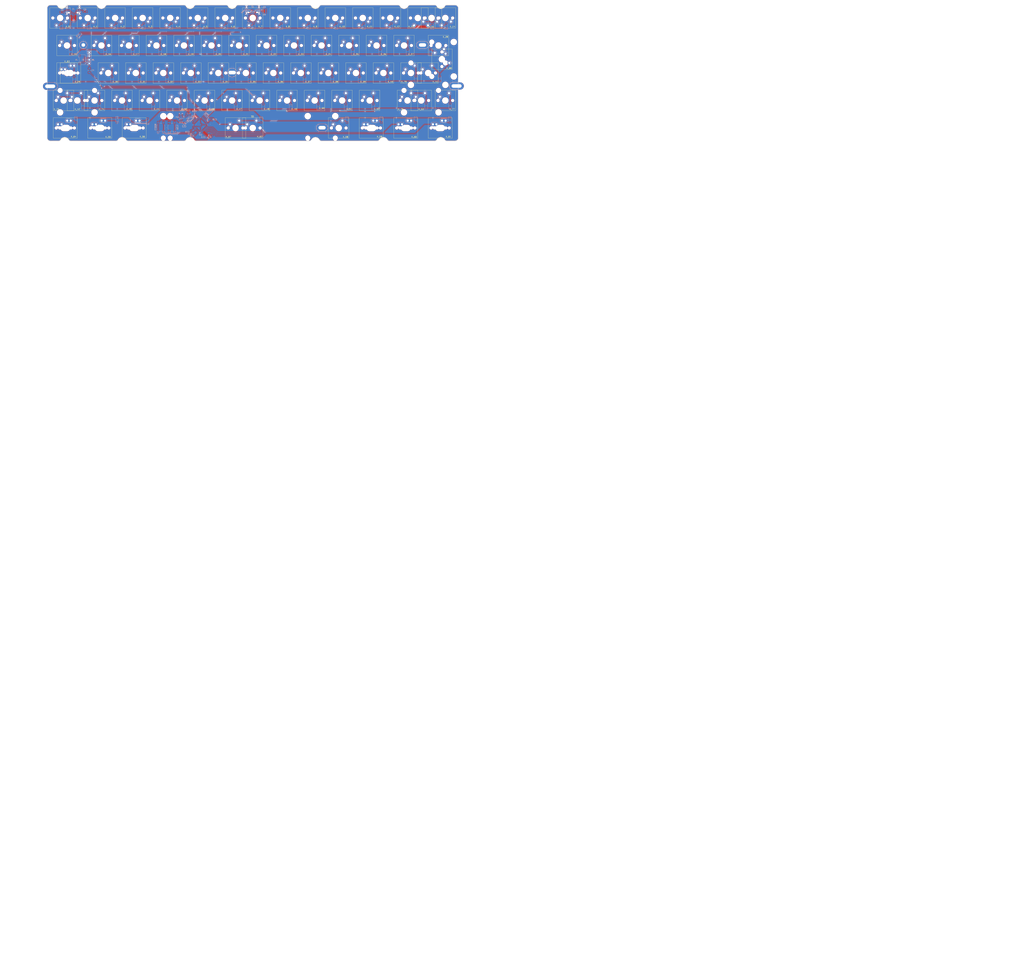
<source format=kicad_pcb>
(kicad_pcb (version 20240108) (generator "pcbnew") (generator_version "8.0")
  (layers (0 "F.Cu" signal) (31 "B.Cu" signal) (34 "B.Paste" user) (35 "F.Paste" user) (36 "B.SilkS" user "B.Silkscreen") (37 "F.SilkS" user "F.Silkscreen") (38 "B.Mask" user) (39 "F.Mask" user) (44 "Edge.Cuts" user))
  (net 0 "")
  (net 1 "Net-(D_0-A)")
  (net 2 "Net-(D_1-A)")
  (net 3 "col0")
  (net 4 "col1")
  (net 5 "col2")
  (net 6 "col3")
  (net 7 "col4")
  (net 8 "col5")
  (net 9 "col6")
  (net 10 "col7")
  (net 11 "col8")
  (net 12 "col9")
  (net 13 "col10")
  (net 14 "col11")
  (net 15 "col12")
  (net 16 "col13")
  (net 17 "col14")
  (net 18 "Net-(D_2-A)")
  (net 19 "Net-(D_3-A)")
  (net 20 "Net-(D_4-A)")
  (net 21 "Net-(D_5-A)")
  (net 22 "Net-(D_6-A)")
  (net 23 "Net-(D_7-A)")
  (net 24 "Net-(D_8-A)")
  (net 25 "Net-(D_9-A)")
  (net 26 "Net-(D_10-A)")
  (net 27 "Net-(D_11-A)")
  (net 28 "Net-(D_12-A)")
  (net 29 "Net-(D_13-A)")
  (net 30 "Net-(D_14-A)")
  (net 31 "Net-(D_15-A)")
  (net 32 "Net-(D_16-A)")
  (net 33 "Net-(D_17-A)")
  (net 34 "Net-(D_18-A)")
  (net 35 "Net-(D_19-A)")
  (net 36 "Net-(D_20-A)")
  (net 37 "Net-(D_21-A)")
  (net 38 "Net-(D_22-A)")
  (net 39 "Net-(D_23-A)")
  (net 40 "Net-(D_24-A)")
  (net 41 "Net-(D_25-A)")
  (net 42 "Net-(D_26-A)")
  (net 43 "Net-(D_27-A)")
  (net 44 "Net-(D_28-A)")
  (net 45 "Net-(D_29-A)")
  (net 46 "Net-(D_30-A)")
  (net 47 "Net-(D_31-A)")
  (net 48 "Net-(D_32-A)")
  (net 49 "Net-(D_33-A)")
  (net 50 "Net-(D_34-A)")
  (net 51 "Net-(D_35-A)")
  (net 52 "Net-(D_36-A)")
  (net 53 "Net-(D_37-A)")
  (net 54 "Net-(D_38-A)")
  (net 55 "Net-(D_39-A)")
  (net 56 "Net-(D_40-A)")
  (net 57 "Net-(D_41-A)")
  (net 58 "Net-(D_42-A)")
  (net 59 "Net-(D_43-A)")
  (net 60 "Net-(D_44-A)")
  (net 61 "Net-(D_45-A)")
  (net 62 "Net-(D_46-A)")
  (net 63 "Net-(D_47-A)")
  (net 64 "Net-(D_48-A)")
  (net 65 "Net-(D_49-A)")
  (net 66 "Net-(D_50-A)")
  (net 67 "Net-(D_51-A)")
  (net 68 "Net-(D_52-A)")
  (net 69 "Net-(D_53-A)")
  (net 70 "Net-(D_54-A)")
  (net 71 "Net-(D_55-A)")
  (net 72 "Net-(D_56-A)")
  (net 73 "Net-(D_57-A)")
  (net 74 "Net-(D_58-A)")
  (net 75 "Net-(D_59-A)")
  (net 76 "Net-(D_60-A)")
  (net 77 "Net-(D_61-A)")
  (net 78 "GND")
  (net 79 "D+")
  (net 80 "D-")
  (net 81 "BOOT0")
  (net 82 "+3V3")
  (net 83 "+5V")
  (net 84 "NRST")
  (net 85 "Net-(R10-Pad1)")
  (net 101 "Net-(J2-CC2)")
  (net 104 "Net-(J2-CC1)")
  (net 105 "row0")
  (net 106 "row1")
  (net 107 "row2")
  (net 108 "row3")
  (net 109 "row4")
  (net 110 "Net-(J1-CC1)")
  (net 111 "Net-(J1-CC2)")
  (net 114 "Net-(D_62-A)")
  (net 115 "Net-(D_63-A)")
  (net 116 "Net-(D_64-A)")
  (net 123 "power")
  (footprint "keyboard_switches:SW_Cherry_MX_PCB_1.00u" (layer "F.Cu") (at 123.825 19.05)
    (property "Reference" "K_21")
    (property "Value" "KEYSW")
  )
  (footprint "keyboard_switches:SW_Cherry_MX_PCB_1.00u" (layer "F.Cu") (at 180.975 19.05)
    (property "Reference" "K_24")
    (property "Value" "KEYSW")
  )
  (footprint "keyboard_switches:SW_Cherry_MX_PCB_1.00u" (layer "F.Cu") (at 171.45 0 180)
    (property "Reference" "K_9")
    (property "Value" "KEYSW")
  )
  (footprint "keyboard_switches:SW_Cherry_MX_PCB_1.50u_x_1.25u" (layer "F.Cu") (at 216.69375 76.2)
    (property "Reference" "K_59")
    (property "Value" "KEYSW")
  )
  (footprint "keyboard_switches:SW_Cherry_MX_PCB_1.00u" (layer "F.Cu") (at 95.25 0 180)
    (property "Reference" "K_5")
    (property "Value" "KEYSW")
  )
  (footprint "keyboard_switches:SW_Cherry_MX_PCB_1.25u_x_1.00u" (layer "F.Cu") (at 240.50625 76.2)
    (property "Reference" "K_60")
    (property "Value" "KEYSW")
  )
  (footprint "keyboard_switches:SW_Cherry_MX_PCB_1.00u" (layer "F.Cu") (at 247.65 0 180)
    (property "Reference" "K_13")
    (property "Value" "KEYSW")
  )
  (footprint "keyboard_switches:SW_Cherry_MX_PCB_1.00u" (layer "F.Cu") (at 38.1 0 180)
    (property "Reference" "K_2")
    (property "Value" "KEYSW")
  )
  (footprint "keyboard_switches:SW_Cherry_MX_PCB_1.00u" (layer "F.Cu") (at 19.05 0 180)
    (property "Reference" "K_1")
    (property "Value" "KEYSW")
  )
  (footprint "keyboard_switches:SW_Cherry_MX_PCB_1.00u" (layer "F.Cu") (at 266.7 57.15)
    (property "Reference" "K_77")
    (property "Value" "KEYSW")
  )
  (footprint "keyboard_switches:SW_Cherry_MX_PCB_1.00u" (layer "F.Cu") (at 219.075 19.05)
    (property "Reference" "K_26")
    (property "Value" "KEYSW")
  )
  (footprint "keyboard_switches:SW_Cherry_MX_PCB_1.00u" (layer "F.Cu") (at 204.7875 38.1)
    (property "Reference" "K_39")
    (property "Value" "KEYSW")
  )
  (footprint "keyboard_switches:SW_Cherry_MX_PCB_1.00u" (layer "F.Cu") (at 133.35 0 180)
    (property "Reference" "K_7")
    (property "Value" "KEYSW")
  )
  (footprint "keyboard_switches:SW_Cherry_MX_PCB_1.00u" (layer "F.Cu") (at 152.4 0 180)
    (property "Reference" "K_8")
    (property "Value" "KEYSW")
  )
  (footprint "keyboard_switches:SW_Cherry_MX_PCB_1.50u_x_1.25u" (layer "F.Cu") (at 264.31875 76.2)
    (property "Reference" "K_61")
    (property "Value" "KEYSW")
  )
  (footprint "keyboard_stabilizer:Stabilizer_Cherry_MX_2.00u" (layer "F.Cu") (at 254.79375 38.1)
    (property "Reference" "S2" (hide yes))
    (property "Value" "MX_stab")
  )
  (footprint "keyboard_switches:SW_Cherry_MX_PCB_1.00u" (layer "F.Cu") (at 33.3375 38.1)
    (property "Reference" "K_30")
    (property "Value" "KEYSW")
  )
  (footprint "keyboard_switches:SW_Cherry_MX_PCB_1.00u" (layer "F.Cu") (at 242.9 38.1)
    (property "Reference" "K_79")
    (property "Value" "KEYSW")
  )
  (footprint "keyboard_switches:SW_Cherry_MX_PCB_1.00u" (layer "F.Cu") (at 0 0 180)
    (property "Reference" "K_0")
    (property "Value" "KEYSW")
  )
  (footprint "keyboard_switches:SW_Cherry_MX_PCB_1.25u" (layer "F.Cu") (at 2.38 57.15)
    (property "Reference" "K_73")
    (property "Value" "KEYSW")
  )
  (footprint "keyboard_switches:SW_Cherry_MX_PCB_1.00u" (layer "F.Cu") (at 200.025 19.05)
    (property "Reference" "K_25")
    (property "Value" "KEYSW")
  )
  (footprint "keyboard_switches:SW_Cherry_MX_PCB_2.25u" (layer "F.Cu") (at 254.79375 38.1)
    (property "Reference" "K_41")
    (property "Value" "KEYSW")
  )
  (footprint "keyboard_switches:SW_Cherry_MX_PCB_1.00u" (layer "F.Cu") (at 157.1625 57.15)
    (property "Reference" "K_49")
    (property "Value" "KEYSW")
  )
  (footprint "keyboard_switches:SW_Cherry_MX_PCB_1.00u" (layer "F.Cu") (at 100.0125 57.15)
    (property "Reference" "K_46")
    (property "Value" "KEYSW")
  )
  (footprint "keyboard_switches:SW_Cherry_MX_PCB_1.00u" (layer "F.Cu") (at 114.3 0 180)
    (property "Reference" "K_6")
    (property "Value" "KEYSW")
  )
  (footprint "keyboard_switches:SW_Cherry_MX_PCB_1.00u" (layer "F.Cu") (at 190.5 0 180)
    (property "Reference" "K_10")
    (property "Value" "KEYSW")
  )
  (footprint "keyboard_stabilizer:Stabilizer_Cherry_MX_6.25u" (layer "F.Cu") (at 121.44375 76.2 180)
    (property "Reference" "S4" (hide yes))
    (property "Value" "MX_stab")
  )
  (footprint "keyboard_switches:SW_Cherry_MX_PCB_2.00u" (layer "F.Cu") (at 257.2 0 180)
    (property "Reference" "K_54")
    (property "Value" "KEYSW")
  )
  (footprint "keyboard_switches:SW_Cherry_MX_PCB_1.00u" (layer "F.Cu") (at 238.125 19.05)
    (property "Reference" "K_27")
    (property "Value" "KEYSW")
  )
  (footprint "keyboard_switches:SW_Cherry_MX_PCB_1.00u" (layer "F.Cu") (at 104.775 19.05)
    (property "Reference" "K_20")
    (property "Value" "KEYSW")
  )
  (footprint "keyboard_stabilizer:Stabilizer_Cherry_MX_2.00u" (layer "F.Cu") (at 11.90625 57.15)
    (property "Reference" "S1" (hide yes))
    (property "Value" "MX_stab")
  )
  (footprint "keyboard_switches:SW_Cherry_MX_PCB_ISOEnter" (layer "F.Cu") (at 264.32 28.57)
    (property "Reference" "K_80")
    (property "Value" "KEYSW")
  )
  (footprint "keyboard_switches:SW_Cherry_MX_PCB_1.00u" (layer "F.Cu") (at 128.5875 38.1)
    (property "Reference" "K_35")
    (property "Value" "KEYSW")
  )
  (footprint "keyboard_switches:SW_Cherry_MX_PCB_1.00u" (layer "F.Cu") (at 166.6875 38.1)
    (property "Reference" "K_37")
    (property "Value" "KEYSW")
  )
  (footprint "keyboard_switches:SW_Cherry_MX_PCB_1.25u_x_1.50u" (layer "F.Cu") (at 2.38125 76.2)
    (property "Reference" "K_64")
    (property "Value" "KEYSW")
  )
  (footprint "keyboard_stabilizer:Stabilizer_Cherry_MX_2.00u" (layer "F.Cu") (at 264.32 28.57 90)
    (property "Reference" "S7" (hide yes))
    (property "Value" "MX_stab")
  )
  (footprint "keyboard_switches:SW_Cherry_MX_PCB_1.00u" (layer "F.Cu") (at 147.6375 38.1)
    (property "Reference" "K_36")
    (property "Value" "KEYSW")
  )
  (footprint "keyboard_switches:SW_Cherry_MX_PCB_1.00u" (layer "F.Cu") (at 28.575 19.05)
    (property "Reference" "K_16")
    (property "Value" "KEYSW")
  )
  (footprint "keyboard_switches:SW_Cherry_MX_PCB_1.00u" (layer "F.Cu") (at 228.6 0 180)
    (property "Reference" "K_12")
    (property "Value" "KEYSW")
  )
  (footprint "keyboard_switches:SW_Cherry_MX_PCB_1.00u" (layer "F.Cu") (at 23.8 57.15)
    (property "Reference" "K_74")
    (property "Value" "KEYSW")
  )
  (footprint "keyboard_switches:SW_Cherry_MX_PCB_1.00u" (layer "F.Cu") (at 80.9625 57.15)
    (property "Reference" "K_45")
    (property "Value" "KEYSW")
  )
  (footprint "keyboard_switches:SW_Cherry_MX_PCB_1.00u" (layer "F.Cu") (at 185.7375 38.1)
    (property "Reference" "K_38")
    (property "Value" "KEYSW")
  )
  (footprint "keyboard_stabilizer:Stabilizer_Cherry_MX_7.00u" (layer "F.Cu") (at 133.35 76.20127 180)
    (property "Reference" "S5")
    (property "Value" "MX_stab")
  )
  (footprint "keyboard_switches:SW_Cherry_MX_PCB_1.25u" (layer "F.Cu") (at 192.88125 76.2)
    (property "Reference" "K_58")
    (property "Value" "KEYSW")
  )
  (footprint "keyboard_stabilizer:Stabilizer_Cherry_MX_2.00u" (layer "F.Cu") (at 250.03125 57.14505)
    (property "Reference" "S3" (hide yes))
    (property "Value" "MX_stab")
  )
  (footprint "keyboard_switches:SW_Cherry_MX_PCB_1.25u_x_1.50u" (layer "F.Cu") (at 50.00625 76.2)
    (property "Reference" "K_56")
    (property "Value" "KEYSW")
  )
  (footprint "keyboard_switches:SW_Cherry_MX_PCB_6.25u" (layer "F.Cu") (at 121.44375 76.2)
    (property "Reference" "K_57")
    (property "Value" "KEYSW")
  )
  (footprint "keyboard_switches:SW_Cherry_MX_PCB_1.00u" (layer "F.Cu") (at 142.875 19.05)
    (property "Reference" "K_22")
    (property "Value" "KEYSW")
  )
  (footprint "keyboard_switches:SW_Cherry_MX_PCB_1.00u" (layer "F.Cu") (at 71.4375 38.1)
    (property "Reference" "K_32")
    (property "Value" "KEYSW")
  )
  (footprint "keyboard_switches:SW_Cherry_MX_PCB_2.75u" (layer "F.Cu") (at 250.03125 57.15)
    (property "Reference" "K_53")
    (property "Value" "KEYSW")
  )
  (footprint "keyboard_switches:SW_Cherry_MX_PCB_1.00u" (layer "F.Cu") (at 161.925 19.05)
    (property "Reference" "K_23")
    (property "Value" "KEYSW")
  )
  (footprint "keyboard_switches:SW_Cherry_MX_PCB_1.00u" (layer "F.Cu") (at 119.0625 57.15)
    (property "Reference" "K_47")
    (property "Value" "KEYSW")
  )
  (footprint "keyboard_switches:SW_Cherry_MX_PCB_1.00u" (layer "F.Cu") (at 109.5375 38.1)
    (property "Reference" "K_34")
    (property "Value" "KEYSW")
  )
  (footprint "keyboard_switches:SW_Cherry_MX_PCB_1.00u" (layer "F.Cu") (at 61.9125 57.15)
    (property "Reference" "K_44")
    (property "Value" "KEYSW")
  )
  (footprint "keyboard_switches:SW_Cherry_MX_PCB_1.00u" (layer "F.Cu") (at 209.55 0 180)
    (property "Reference" "K_11")
    (property "Value" "KEYSW")
  )
  (footprint "keyboard_switches:SW_Cherry_MX_PCB_1.00u" (layer "F.Cu") (at 214.3125 57.15)
    (property "Reference" "K_52")
    (property "Value" "KEYSW")
  )
  (footprint "keyboard_switches:SW_Cherry_MX_PCB_1.00u" (layer "F.Cu") (at 176.2125 57.15)
    (property "Reference" "K_50")
    (property "Value" "KEYSW")
  )
  (footprint "keyboard_switches:SW_Cherry_MX_PCB_1.00u" (layer "F.Cu") (at 266.7 0 180)
    (property "Reference" "K_14")
    (property "Value" "KEYSW")
  )
  (footprint "keyboard_switches:SW_Cherry_MX_PCB_1.00u" (layer "F.Cu") (at 76.2 0 180)
    (property "Reference" "K_4")
    (property "Value" "KEYSW")
  )
  (footprint "keyboard_switches:SW_Cherry_MX_PCB_1.00u" (layer "F.Cu") (at 66.675 19.05)
    (property "Reference" "K_18")
    (property "Value" "KEYSW")
  )
  (footprint "keyboard_switches:SW_Cherry_MX_PCB_1.50u" (layer "F.Cu") (at 261.9375 19.05 180)
    (property "Reference" "K_28")
    (property "Value" "KEYSW")
  )
  (footprint "keyboard_switches:SW_Cherry_MX_PCB_1.00u" (layer "F.Cu") (at 52.3875 38.1)
    (property "Reference" "K_31")
    (property "Value" "KEYSW")
  )
  (footprint "keyboard_switches:SW_Cherry_MX_PCB_1.75u" (layer "F.Cu") (at 240.5 57.15)
    (property "Reference" "K_76")
    (property "Value" "KEYSW")
  )
  (footprint "keyboard_switches:SW_Cherry_MX_PCB_2.25u" (layer "F.Cu") (at 11.90625 57.15)
    (property "Reference" "K_42")
    (property "Value" "KEYSW")
  )
  (footprint "keyboard_switches:SW_Cherry_MX_PCB_1.00u" (layer "F.Cu") (at 195.2625 57.15)
    (property "Reference" "K_51")
    (property "Value" "KEYSW")
  )
  (footprint "keyboard_switches:SW_Cherry_MX_PCB_1.00u" (layer "F.Cu") (at 138.1125 57.15)
    (property "Reference" "K_48")
    (property "Value" "KEYSW")
  )
  (footprint "keyboard_switches:SW_Cherry_MX_PCB_1.00u" (layer "F.Cu") (at 57.15 0 180)
    (property "Reference" "K_3")
    (property "Value" "KEYSW")
  )
  (footprint "keyboard_switches:SW_Cherry_MX_PCB_1.00u" (layer "F.Cu") (at 223.8375 38.1)
    (property "Reference" "K_40")
    (property "Value" "KEYSW")
  )
  (footprint "keyboard_switches:SW_Cherry_MX_PCB_1.50u" (layer "F.Cu") (at 4.7625 38.1)
    (property "Reference" "K_63")
    (property "Value" "KEYSW")
  )
  (footprint "keyboard_switches:SW_Cherry_MX_PCB_1.00u" (layer "F.Cu") (at 90.4875 38.1)
    (property "Reference" "K_33")
    (property "Value" "KEYSW")
  )
  (footprint "keyboard_switches:SW_Cherry_MX_PCB_1.00u" (layer "F.Cu") (at 42.8625 57.15)
    (property "Reference" "K_43")
    (property "Value" "KEYSW")
  )
  (footprint "keyboard_switches:SW_Cherry_MX_PCB_1.50u" (layer "F.Cu") (at 4.7625 19.05)
    (property "Reference" "K_15")
    (property "Value" "KEYSW")
  )
  (footprint "keyboard_switches:SW_Cherry_MX_PCB_1.00u_x_1.25u" (layer "F.Cu") (at 26.2 76.2)
    (property "Reference" "K_55")
    (property "Value" "KEYSW")
  )
  (footprint "keyboard_switches:SW_Cherry_MX_PCB_1.75u" (layer "F.Cu") (at 7.14375 38.1)
    (property "Reference" "K_29")
    (property "Value" "KEYSW")
  )
  (footprint "keyboard_switches:SW_Cherry_MX_PCB_1.00u" (layer "F.Cu") (at 47.625 19.05)
    (property "Reference" "K_17")
    (property "Value" "KEYSW")
  )
  (footprint "keyboard_switches:SW_Cherry_MX_PCB_1.00u" (layer "F.Cu") (at 85.725 19.05)
    (property "Reference" "K_19")
    (property "Value" "KEYSW")
  )
  (footprint "keyboard_switches:SW_Cherry_MX_PCB_7.00u" (layer "F.Cu") (at 133.35 76.20127)
    (property "Reference" "K_62")
    (property "Value" "KEYSW")
  )
  (footprint "custom_components:D_SOD-123_vertical" (layer "B.Cu") (at 246.15 70.699999 -90)
    (property "Reference" "D_60" (hide yes))
    (property "Value" "D")
  )
  (footprint "custom_components:D_SOD-123_vertical" (layer "B.Cu") (at 126.35 23.4 90)
    (property "Reference" "D_21" (hide yes))
    (property "Value" "D")
  )
  (footprint "custom_components:D_SOD-123_vertical" (layer "B.Cu") (at 207.3 42.5 90)
    (property "Reference" "D_39" (hide yes))
    (property "Value" "D")
  )
  (footprint "custom_components:D_SOD-123_vertical" (layer "B.Cu") (at 115 5.425 90)
    (property "Reference" "D_6" (hide yes))
    (property "Value" "D")
  )
  (footprint "custom_components:D_SOD-123_vertical" (layer "B.Cu") (at 240.6 23.4 90)
    (property "Reference" "D_27" (hide yes))
    (property "Value" "D")
  )
  (footprint "Capacitor_SMD:C_0402_1005Metric" (layer "B.Cu") (at 93.213961 66.271825 135)
    (property "Reference" "C19")
    (property "Value" "100nF")
  )
  (footprint "custom_components:D_SOD-123_vertical" (layer "B.Cu") (at 60.5 71.4 90)
    (property "Reference" "D_56" (hide yes))
    (property "Value" "D")
  )
  (footprint "custom_components:D_SOD-123_vertical" (layer "B.Cu") (at 95.95 5.425 90)
    (property "Reference" "D_5" (hide yes))
    (property "Value" "D")
  )
  (footprint "Capacitor_SMD:C_0402_1005Metric" (layer "B.Cu") (at 91.789411 79.739411 -45)
    (property "Reference" "C20")
    (property "Value" "100nF")
  )
  (footprint "custom_components:D_SOD-123_vertical" (layer "B.Cu") (at 226.4 42.5 90)
    (property "Reference" "D_40" (hide yes))
    (property "Value" "D")
  )
  (footprint "custom_components:D_SOD-123_vertical" (layer "B.Cu") (at 159.7 61.4 90)
    (property "Reference" "D_49" (hide yes))
    (property "Value" "D")
  )
  (footprint "Capacitor_SMD:C_0402_1005Metric" (layer "B.Cu") (at 100.992136 81.828175 -45)
    (property "Reference" "C13")
    (property "Value" "100nF")
  )
  (footprint "custom_components:D_SOD-123_vertical" (layer "B.Cu") (at 102.5 61.4 90)
    (property "Reference" "D_46" (hide yes))
    (property "Value" "D")
  )
  (footprint "custom_components:D_SOD-123_vertical" (layer "B.Cu") (at 191.2 5.425 90)
    (property "Reference" "D_10" (hide yes))
    (property "Value" "D")
  )
  (footprint "custom_components:D_SOD-123_vertical" (layer "B.Cu") (at 267.4 5.425 90)
    (property "Reference" "D_14" (hide yes))
    (property "Value" "D")
  )
  (footprint "Resistor_SMD:R_0603_1608Metric_Pad0.98x0.95mm_HandSolder" (layer "B.Cu") (at 104.545235 80.945235 -45)
    (property "Reference" "R10")
    (property "Value" "5.1k")
  )
  (footprint "custom_mounting_hole:MountingHole_5mmx2.5mm_M2_Pad" (layer "B.Cu") (at 181.35 76 180)
    (property "Reference" "H10" (hide yes))
    (property "Value" "MountingHole_Pad" (hide yes))
  )
  (footprint "custom_components:D_SOD-123_vertical" (layer "B.Cu") (at 57.85 5.425 90)
    (property "Reference" "D_3" (hide yes))
    (property "Value" "D")
  )
  (footprint "custom_mounting_hole:MountingHole_7mmx2.5mm_M2_Pad" (layer "B.Cu") (at 274.5 47.1 180)
    (property "Reference" "H8" (hide yes))
    (property "Value" "MountingHole_Pad" (hide yes))
  )
  (footprint "Resistor_SMD:R_0603_1608Metric_Pad0.98x0.95mm_HandSolder" (layer "B.Cu") (at 141.425 -5.625)
    (property "Reference" "R3")
    (property "Value" "5.1k")
  )
  (footprint "Capacitor_SMD:C_0402_1005Metric" (layer "B.Cu") (at 88.569999 65.3)
    (property "Reference" "C14")
    (property "Value" "1uF")
  )
  (footprint "custom_components:D_SOD-123_vertical" (layer "B.Cu") (at 50.15 23.4 90)
    (property "Reference" "D_17" (hide yes))
    (property "Value" "D")
  )
  (footprint "Resistor_SMD:R_0603_1608Metric_Pad0.98x0.95mm_HandSolder" (layer "B.Cu") (at 141.425 -4.05 180)
    (property "Reference" "R4")
    (property "Value" "5.1k")
  )
  (footprint "Fuse:Fuse_1206_3216Metric" (layer "B.Cu") (at 20.25 36.35 -90)
    (property "Reference" "F1")
    (property "Value" "500mA")
  )
  (footprint "custom_components:D_SOD-123_vertical" (layer "B.Cu") (at 121.6 61.4 90)
    (property "Reference" "D_47" (hide yes))
    (property "Value" "D")
  )
  (footprint "custom_components:D_SOD-123_vertical" (layer "B.Cu") (at 172.15 5.425 90)
    (property "Reference" "D_9" (hide yes))
    (property "Value" "D")
  )
  (footprint "custom_components:D_SOD-123_vertical" (layer "B.Cu") (at 198.6 70.699999 -90)
    (property "Reference" "D_58" (hide yes))
    (property "Value" "D")
  )
  (footprint "custom_components:D_SOD-123_vertical" (layer "B.Cu") (at 38.8 5.425 90)
    (property "Reference" "D_2" (hide yes))
    (property "Value" "D")
  )
  (footprint "custom_components:D_SOD-123_vertical" (layer "B.Cu") (at 169.2 42.5 90)
    (property "Reference" "D_37" (hide yes))
    (property "Value" "D")
  )
  (footprint "custom_components:D_SOD-123_vertical" (layer "B.Cu") (at 253.4 60.8 90)
    (property "Reference" "D_53" (hide yes))
    (property "Value" "D")
  )
  (footprint "custom_components:D_SOD-123_vertical" (layer "B.Cu") (at 150.2 42.5 90)
    (property "Reference" "D_36" (hide yes))
    (property "Value" "D")
  )
  (footprint "Connector_PinHeader_2.54mm:PinHeader_1x04_P2.54mm_Vertical" (layer "B.Cu") (at 20.125 31.475)
    (property "Reference" "J8")
    (property "Value" "Conn_01x04_Socket")
  )
  (footprint "Resistor_SMD:R_0603_1608Metric_Pad0.98x0.95mm_HandSolder" (layer "B.Cu") (at 103.4 82.1 -45)
    (property "Reference" "R9")
    (property "Value" "5.1k")
  )
  (footprint "custom_components:D_SOD-123_vertical" (layer "B.Cu") (at 246.3 42 90)
    (property "Reference" "D_41" (hide yes))
    (property "Value" "D")
  )
  (footprint "Capacitor_SMD:C_0402_1005Metric" (layer "B.Cu") (at 90.385534 78.35 135)
    (property "Reference" "C15")
    (property "Value" "100nF")
  )
  (footprint "Capacitor_SMD:C_0402_1005Metric" (layer "B.Cu") (at 88.57 70.3 180)
    (property "Reference" "C17")
    (property "Value" "1uF")
  )
  (footprint "custom_components:D_SOD-123_vertical" (layer "B.Cu") (at 31.1 23.4 90)
    (property "Reference" "D_16" (hide yes))
    (property "Value" "D")
  )
  (footprint "custom_components:D_SOD-123_vertical" (layer "B.Cu") (at 153.1 5.425 90)
    (property "Reference" "D_8" (hide yes))
    (property "Value" "D")
  )
  (footprint "custom_components:D_SOD-123_vertical" (layer "B.Cu") (at 188.3 42.5 90)
    (property "Reference" "D_38" (hide yes))
    (property "Value" "D")
  )
  (footprint "Package_QFP:LQFP-48_7x7mm_P0.5mm" (layer "B.Cu") (at 97.103048 74.05 45)
    (property "Reference" "U3")
    (property "Value" "STM32F072C8Tx")
  )
  (footprint "custom_components:D_SOD-123_vertical" (layer "B.Cu") (at 140.7 61.4 90)
    (property "Reference" "D_48" (hide yes))
    (property "Value" "D")
  )
  (footprint "Resistor_SMD:R_0603_1608Metric_Pad0.98x0.95mm_HandSolder" (layer "B.Cu") (at 17.175 -4.375 180)
    (property "Reference" "R2")
    (property "Value" "5.1k")
  )
  (footprint "custom_mounting_hole:MountingHole_2.5mm_M2_Pad" (layer "B.Cu") (at 16.05 18.7 180)
    (property "Reference" "H12" (hide yes))
    (property "Value" "MountingHole_Pad" (hide yes))
  )
  (footprint "custom_components:D_SOD-123_vertical" (layer "B.Cu") (at 54.95 42.5 90)
    (property "Reference" "D_31" (hide yes))
    (property "Value" "D")
  )
  (footprint "custom_components:D_SOD-123_vertical" (layer "B.Cu") (at 139.17 70.7 -90)
    (property "Reference" "D_57" (hide yes))
    (property "Value" "D")
  )
  (footprint "Capacitor_SMD:C_0402_1005Metric" (layer "B.Cu") (at 104.839411 70.889411 -45)
    (property "Reference" "C18")
    (property "Value" "100nF")
  )
  (footprint "Resistor_SMD:R_0603_1608Metric_Pad0.98x0.95mm_HandSolder" (layer "B.Cu") (at 1.3 -3.975 180)
    (property "Reference" "R1")
    (property "Value" "5.1k")
  )
  (footprint "custom_components:D_SOD-123_vertical" (layer "B.Cu") (at 19.75 5.425 90)
    (property "Reference" "D_1" (hide yes))
    (property "Value" "D")
  )
  (footprint "Connector_Molex:Molex_Pico-EZmate_78171-0004_1x04-1MP_P1.20mm_Vertical" (layer "B.Cu") (at 15.325 28.925 90)
    (property "Reference" "J4")
    (property "Value" "Conn_01x04_MountingPin")
  )
  (footprint "custom_components:D_SOD-123_vertical" (layer "B.Cu") (at 93.1 42.5 90)
    (property "Reference" "D_33" (hide yes))
    (property "Value" "D")
  )
  (footprint "custom_components:D_SOD-123_vertical" (layer "B.Cu") (at 269.9 70.699999 -90)
    (property "Reference" "D_61" (hide yes))
    (property "Value" "D")
  )
  (footprint "custom_components:D_SOD-123_vertical" (layer "B.Cu") (at 39.37 70.699999 -90)
    (property "Reference" "D_55" (hide yes))
    (property "Value" "D")
  )
  (footprint "custom_components:D_SOD-123_vertical" (layer "B.Cu") (at 9.7 42.5 90)
    (property "Reference" "D_29" (hide yes))
    (property "Value" "D")
  )
  (footprint "custom_components:D_SOD-123_vertical" (layer "B.Cu") (at 45.4 61.4 90)
    (property "Reference" "D_43" (hide yes))
    (property "Value" "D")
  )
  (footprint "custom_components:D_SOD-123_vertical" (layer "B.Cu") (at 262.8 42 90)
    (property "Reference" "D_64" (hide yes))
    (property "Value" "D")
  )
  (footprint "custom_components:D_SOD-123_vertical" (layer "B.Cu") (at 74 42.5 90)
    (property "Reference" "D_32" (hide yes))
    (property "Value" "D")
  )
  (footprint "Button_Switch_SMD:SW_SPST_TL3342" (layer "B.Cu") (at 69.7 75.6 -90)
    (property "Reference" "BOOT1")
    (property "Value" "SW_SPST")
  )
  (footprint "custom_components:D_SOD-123_vertical" (layer "B.Cu") (at 221.6 23.4 90)
    (property "Reference" "D_26" (hide yes))
    (property "Value" "D")
  )
  (footprint "Capacitor_SMD:C_0402_1005Metric" (layer "B.Cu") (at 93.210589 81.160589 135)
    (property "Reference" "C16")
    (property "Value" "100nF")
  )
  (footprint "custom_components:D_SOD-123_vertical" (layer "B.Cu") (at 222.4 70.699999 -90)
    (property "Reference" "D_59" (hide yes))
    (property "Value" "D")
  )
  (footprint "custom_components:D_SOD-123_vertical" (layer "B.Cu") (at 69.2 23.4 90)
    (property "Reference" "D_18" (hide yes))
    (property "Value" "D")
  )
  (footprint "custom_components:D_SOD-123_vertical" (layer "B.Cu") (at 183.5 23.4 90)
    (property "Reference" "D_24" (hide yes))
    (property "Value" "D")
  )
  (footprint "custom_components:D_SOD-123_vertical" (layer "B.Cu") (at 35.9 42.5 90)
    (property "Reference" "D_30" (hide yes))
    (property "Value" "D")
  )
  (footprint "Capacitor_SMD:C_0603_1608Metric" (layer "B.Cu") (at 86.498008 72.851992 -135)
    (property "Reference" "C12")
    (property "Value" "10uF")
  )
  (footprint "custom_components:D_SOD-123_vertical" (layer "B.Cu") (at 83.5 61.4 90)
    (property "Reference" "D_45" (hide yes))
    (property "Value" "D")
  )
  (footprint "Capacitor_SMD:C_0402_1005Metric" (layer "B.Cu") (at 83.7 70.95 180)
    (property "Reference" "C11")
    (property "Value" "100nF")
  )
  (footprint "custom_components:D_SOD-123_vertical" (layer "B.Cu") (at 216.85 61.4 90)
    (property "Reference" "D_52" (hide yes))
    (property "Value" "D")
  )
  (footprint "custom_mounting_hole:MountingHole_5mmx2.5mm_M2_Pad" (layer "B.Cu") (at 250.9 18.7 180)
    (property "Reference" "H11" (hide yes))
    (property "Value" "MountingHole_Pad" (hide yes))
  )
  (footprint "custom_components:D_SOD-123_vertical" (layer "B.Cu") (at 197.8 61.4 90)
    (property "Reference" "D_51" (hide yes))
    (property "Value" "D")
  )
  (footprint "custom_mounting_hole:MountingHole_7mmx2.5mm_M2_Pad" (layer "B.Cu") (at -6.9 47.3 180)
    (property "Reference" "H7" (hide yes))
    (property "Value" "MountingHole_Pad" (hide yes))
  )
  (footprint "custom_components:D_SOD-123_vertical" (layer "B.Cu") (at 107.3 23.4 90)
    (property "Reference" "D_20" (hide yes))
    (property "Value" "D")
  )
  (footprint "custom_components:USB_C_Receptacle_G-Switch_GT-USB-7010ASV_custom" (layer "B.Cu") (at 133.35 -6.5)
    (property "Reference" "J2")
    (property "Value" "USB_C_Receptacle_USB2.0_16P")
  )
  (footprint "Package_TO_SOT_SMD:SOT-23-3" (layer "B.Cu") (at 88.569999 67.775 180)
    (property "Reference" "U1")
    (property "Value" "XC6206PxxxMR")
  )
  (footprint "custom_components:D_SOD-123_vertical" (layer "B.Cu") (at 27.2 60.8 90)
    (property "Reference" "D_42" (hide yes))
    (property "Value" "D")
  )
  (footprint "Button_Switch_SMD:SW_SPST_TL3342" (layer "B.Cu") (at 77.4 75.6 90)
    (property "Reference" "RST1")
    (property "Value" "SW_SPST")
  )
  (footprint "custom_mounting_hole:MountingHole_7mm_2.5mm_M2_Pad" (layer "B.Cu") (at 119.05 37.8 180)
    (property "Reference" "H9" (hide yes))
    (property "Value" "MountingHole_Pad" (hide yes))
  )
  (footprint "custom_components:D_SOD-123_vertical" (layer "B.Cu") (at 15.8 60.8 90)
    (property "Reference" "D_62" (hide yes))
    (property "Value" "D")
  )
  (footprint "custom_components:USB_C_Receptacle_G-Switch_GT-USB-7010ASV_custom" (layer "B.Cu") (at 9.05 -6.3)
    (property "Reference" "J1")
    (property "Value" "USB_C_Receptacle_USB2.0_16P")
  )
  (footprint "custom_components:D_SOD-123_vertical" (layer "B.Cu") (at 7.35 23.475 90)
    (property "Reference" "D_15" (hide yes))
    (property "Value" "D")
  )
  (footprint "custom_components:D_SOD-123_vertical" (layer "B.Cu") (at 0.7 5.425 90)
    (property "Reference" "D_0" (hide yes))
    (property "Value" "D")
  )
  (footprint "custom_components:D_SOD-123_vertical" (layer "B.Cu") (at 270 60.8 90)
    (property "Reference" "D_63" (hide yes))
    (property "Value" "D")
  )
  (footprint "custom_components:D_SOD-123_vertical" (layer "B.Cu") (at 10.92 70.699999 -90)
    (property "Reference" "D_54" (hide yes))
    (property "Value" "D")
  )
  (footprint "custom_components:D_SOD-123_vertical" (layer "B.Cu") (at 64.45 61.4 90)
    (property "Reference" "D_44" (hide yes))
    (property "Value" "D")
  )
  (footprint "custom_components:D_SOD-123_vertical" (layer "B.Cu") (at 202.55 23.4 90)
    (property "Reference" "D_25" (hide yes))
    (property "Value" "D")
  )
  (footprint "custom_components:D_SOD-123_vertical" (layer "B.Cu") (at 164.45 23.4 90)
    (property "Reference" "D_23" (hide yes))
    (property "Value" "D")
  )
  (footprint "custom_components:D_SOD-123_vertical" (layer "B.Cu") (at 178.75 61.4 90)
    (property "Reference" "D_50" (hide yes))
    (property "Value" "D")
  )
  (footprint "custom_components:D_SOD-123_vertical" (layer "B.Cu") (at 256.45 23.5 90)
    (property "Reference" "D_28" (hide yes))
    (property "Value" "D")
  )
  (footprint "custom_components:D_SOD-123_vertical" (layer "B.Cu") (at 88.25 23.4 90)
    (property "Reference" "D_19" (hide yes))
    (property "Value" "D")
  )
  (footprint "custom_components:D_SOD-123_vertical" (layer "B.Cu") (at 229.3 5.425 90)
    (property "Reference" "D_12" (hide yes))
    (property "Value" "D")
  )
  (footprint "custom_components:D_SOD-123_vertical" (layer "B.Cu") (at 145.4 23.4 90)
    (property "Reference" "D_22" (hide yes))
    (property "Value" "D")
  )
  (footprint "custom_components:D_SOD-123_vertical" (layer "B.Cu") (at 76.9 5.425 90)
    (property "Reference" "D_4" (hide yes))
    (property "Value" "D")
  )
  (footprint "Package_TO_SOT_SMD:SOT-143" (layer "B.Cu") (at 83.55 68.55)
    (property "Reference" "U4")
    (property "Value" "PRTR5V0U2X")
  )
  (footprint "custom_components:D_SOD-123_vertical" (layer "B.Cu") (at 134.05 5.425 90)
    (property "Reference" "D_7" (hide yes))
    (property "Value" "D")
  )
  (footprint "custom_components:D_SOD-123_vertical" (layer "B.Cu") (at 131.1 42.5 90)
    (property "Reference" "D_35" (hide yes))
    (property "Value" "D")
  )
  (footprint "custom_components:D_SOD-123_vertical" (layer "B.Cu") (at 210.25 5.425 90)
    (property "Reference" "D_11" (hide yes))
    (property "Value" "D")
  )
  (footprint "custom_components:D_SOD-123_vertical" (layer "B.Cu") (at 257.6 5.425 90)
    (property "Reference" "D_13" (hide yes))
    (property "Value" "D")
  )
  (footprint "custom_components:D_SOD-123_vertical" (layer "B.Cu") (at 112.1 42.5 90)
    (property "Reference" "D_34" (hide yes))
    (property "Value" "D")
  )
  (gr_arc (start 3.943071 -8.193544) (mid 1.15 -6.499998) (end -1.643071 -8.193545) (stroke (width 0.2)) (layer "Edge.Cuts"))
  (gr_arc (start 221.044429 84.393548) (mid 220.492108 84.982636) (end 219.714395 85.2) (stroke (width 0.2)) (layer "Edge.Cuts"))
  (gr_arc (start 173.956928 84.393543) (mid 173.404608 84.982632) (end 172.626895 85.199995) (stroke (width 0.2)) (layer "Edge.Cuts"))
  (gr_arc (start 234.001894 -9) (mid 234.779624 -8.782649) (end 235.331929 -8.193549) (stroke (width 0.2)) (layer "Edge.Cuts"))
  (gr_line (start 273.45 -9) (end 267.673132 -8.999779) (stroke (width 0.2)) (layer "Edge.Cuts"))
  (gr_line (start 172.626895 85.199995) (end 94.073105 85.199995) (stroke (width 0.2)) (layer "Edge.Cuts"))
  (gr_line (start -9 -6.75) (end -9 82.95) (stroke (width 0.2)) (layer "Edge.Cuts"))
  (gr_arc (start 273.45 -9) (mid 275.04099 -8.34099) (end 275.7 -6.75) (stroke (width 0.2)) (layer "Edge.Cuts"))
  (gr_line (start -0.973106 85.199996) (end -6.75 85.2) (stroke (width 0.2)) (layer "Edge.Cuts"))
  (gr_arc (start 31.368071 -8.193548) (mid 28.575 -6.5) (end 25.781929 -8.193549) (stroke (width 0.2)) (layer "Edge.Cuts"))
  (gr_arc (start 0.356929 84.393544) (mid 3.15 82.699998) (end 5.943071 84.393545) (stroke (width 0.2)) (layer "Edge.Cuts"))
  (gr_line (start 259.42692 -8.999779) (end 242.248106 -9) (stroke (width 0.2)) (layer "Edge.Cuts"))
  (gr_line (start 219.714395 85.2) (end 180.873107 85.199995) (stroke (width 0.2)) (layer "Edge.Cuts"))
  (gr_line (start 85.826893 85.199995) (end 46.985606 85.2) (stroke (width 0.2)) (layer "Edge.Cuts"))
  (gr_arc (start 240.918071 -8.193548) (mid 238.125 -6.5) (end 235.331929 -8.193549) (stroke (width 0.2)) (layer "Edge.Cuts"))
  (gr_line (start 234.001894 -9) (end 180.873105 -8.999995) (stroke (width 0.2)) (layer "Edge.Cuts"))
  (gr_arc (start 87.156928 84.393543) (mid 89.95 82.699997) (end 92.74307 84.393544) (stroke (width 0.2)) (layer "Edge.Cuts"))
  (gr_arc (start 40.069429 84.393548) (mid 39.517108 84.982636) (end 38.739395 85.2) (stroke (width 0.2)) (layer "Edge.Cuts"))
  (gr_line (start 85.826894 -8.999996) (end 32.698106 -9) (stroke (width 0.2)) (layer "Edge.Cuts"))
  (gr_line (start 259.426895 85.199995) (end 227.960606 85.2) (stroke (width 0.2)) (layer "Edge.Cuts"))
  (gr_arc (start 173.95693 84.393543) (mid 176.750001 82.699999) (end 179.543072 84.393544) (stroke (width 0.2)) (layer "Edge.Cuts"))
  (gr_arc (start 87.156926 84.393543) (mid 86.604606 84.982632) (end 85.826893 85.199995) (stroke (width 0.2)) (layer "Edge.Cuts"))
  (gr_arc (start 94.073105 85.199995) (mid 93.295404 84.982626) (end 92.74307 84.393544) (stroke (width 0.2)) (layer "Edge.Cuts"))
  (gr_arc (start 114.939394 -9) (mid 115.717096 -8.782632) (end 116.269429 -8.193549) (stroke (width 0.2)) (layer "Edge.Cuts"))
  (gr_arc (start -6.75 85.2) (mid -8.34099 84.54099) (end -9 82.95) (stroke (width 0.2)) (layer "Edge.Cuts"))
  (gr_arc (start 260.756928 84.393543) (mid 260.204608 84.982632) (end 259.426895 85.199995) (stroke (width 0.2)) (layer "Edge.Cuts"))
  (gr_arc (start 7.273106 85.199996) (mid 6.495405 84.982628) (end 5.943071 84.393545) (stroke (width 0.2)) (layer "Edge.Cuts"))
  (gr_line (start 24.451894 -9) (end 5.273106 -8.999996) (stroke (width 0.2)) (layer "Edge.Cuts"))
  (gr_arc (start 31.368072 -8.193548) (mid 31.920393 -8.782636) (end 32.698106 -9) (stroke (width 0.2)) (layer "Edge.Cuts"))
  (gr_arc (start 92.743071 -8.193544) (mid 89.95 -6.499998) (end 87.156929 -8.193545) (stroke (width 0.2)) (layer "Edge.Cuts"))
  (gr_arc (start 259.42692 -8.999779) (mid 260.20467 -8.782467) (end 260.756955 -8.193328) (stroke (width 0.2)) (layer "Edge.Cuts"))
  (gr_arc (start 240.918072 -8.193548) (mid 241.470393 -8.782636) (end 242.248106 -9) (stroke (width 0.2)) (layer "Edge.Cuts"))
  (gr_arc (start 260.75693 84.393543) (mid 263.550001 82.699999) (end 266.343072 84.393544) (stroke (width 0.2)) (layer "Edge.Cuts"))
  (gr_arc (start 24.451894 -9) (mid 25.229596 -8.782632) (end 25.781929 -8.193549) (stroke (width 0.2)) (layer "Edge.Cuts"))
  (gr_arc (start 40.069428 84.393548) (mid 42.8625 82.699999) (end 45.655572 84.393548) (stroke (width 0.2)) (layer "Edge.Cuts"))
  (gr_arc (start 46.985606 85.2) (mid 46.20789 84.982641) (end 45.655572 84.393548) (stroke (width 0.2)) (layer "Edge.Cuts"))
  (gr_line (start 114.939394 -9) (end 94.073106 -8.999996) (stroke (width 0.2)) (layer "Edge.Cuts"))
  (gr_arc (start 180.873107 85.199995) (mid 180.095405 84.982627) (end 179.543072 84.393544) (stroke (width 0.2)) (layer "Edge.Cuts"))
  (gr_arc (start 121.855572 -8.193548) (mid 122.407893 -8.782636) (end 123.185606 -9) (stroke (width 0.2)) (layer "Edge.Cuts"))
  (gr_arc (start 267.673107 85.199995) (mid 266.895377 84.982644) (end 266.343072 84.393544) (stroke (width 0.2)) (layer "Edge.Cuts"))
  (gr_arc (start 92.743072 -8.193544) (mid 93.295392 -8.782633) (end 94.073106 -8.999996) (stroke (width 0.2)) (layer "Edge.Cuts"))
  (gr_arc (start 3.943072 -8.193544) (mid 4.495392 -8.782633) (end 5.273106 -8.999996) (stroke (width 0.2)) (layer "Edge.Cuts"))
  (gr_line (start 172.626893 -8.999995) (end 123.185606 -9) (stroke (width 0.2)) (layer "Edge.Cuts"))
  (gr_arc (start 0.356927 84.393544) (mid -0.195393 84.982633) (end -0.973106 85.199996) (stroke (width 0.2)) (layer "Edge.Cuts"))
  (gr_arc (start 179.543071 -8.193543) (mid 180.095391 -8.782633) (end 180.873105 -8.999995) (stroke (width 0.2)) (layer "Edge.Cuts"))
  (gr_arc (start -9 -6.75) (mid -8.34099 -8.34099) (end -6.75 -9) (stroke (width 0.2)) (layer "Edge.Cuts"))
  (gr_line (start -2.973106 -8.999996) (end -6.75 -9) (stroke (width 0.2)) (layer "Edge.Cuts"))
  (gr_line (start 275.7 82.95) (end 275.7 -6.75) (stroke (width 0.2)) (layer "Edge.Cuts"))
  (gr_arc (start 172.626893 -8.999995) (mid 173.404595 -8.782627) (end 173.956928 -8.193544) (stroke (width 0.2)) (layer "Edge.Cuts"))
  (gr_arc (start 227.960606 85.2) (mid 227.18289 84.982641) (end 226.630572 84.393548) (stroke (width 0.2)) (layer "Edge.Cuts"))
  (gr_line (start 273.45 85.2) (end 267.673107 85.199995) (stroke (width 0.2)) (layer "Edge.Cuts"))
  (gr_arc (start 266.343097 -8.193327) (mid 263.550012 -6.499768) (end 260.756955 -8.193328) (stroke (width 0.2)) (layer "Edge.Cuts"))
  (gr_arc (start -2.973106 -8.999996) (mid -2.195405 -8.782628) (end -1.643071 -8.193545) (stroke (width 0.2)) (layer "Edge.Cuts"))
  (gr_arc (start 275.7 82.95) (mid 275.04099 84.54099) (end 273.45 85.2) (stroke (width 0.2)) (layer "Edge.Cuts"))
  (gr_line (start 38.739395 85.2) (end 7.273106 85.199996) (stroke (width 0.2)) (layer "Edge.Cuts"))
  (gr_arc (start 121.855571 -8.193548) (mid 119.0625 -6.5) (end 116.269429 -8.193549) (stroke (width 0.2)) (layer "Edge.Cuts"))
  (gr_arc (start 266.343098 -8.193327) (mid 266.895418 -8.782413) (end 267.673132 -8.999779) (stroke (width 0.2)) (layer "Edge.Cuts"))
  (gr_arc (start 85.826894 -8.999996) (mid 86.604595 -8.782628) (end 87.156929 -8.193545) (stroke (width 0.2)) (layer "Edge.Cuts"))
  (gr_arc (start 221.044428 84.393548) (mid 223.8375 82.699999) (end 226.630572 84.393548) (stroke (width 0.2)) (layer "Edge.Cuts"))
  (gr_arc (start 179.54307 -8.193543) (mid 176.749999 -6.499999) (end 173.956928 -8.193544) (stroke (width 0.2)) (layer "Edge.Cuts"))
  (segment (start -2.54 5.08) (end -0.655 5.08) (width 0.3) (layer "B.Cu") (net 1))
  (segment (start -0.655 5.08) (end 0.7 3.725) (width 0.3) (layer "B.Cu") (net 1))
  (segment (start 18.395 5.08) (end 19.75 3.725) (width 0.3) (layer "B.Cu") (net 2))
  (segment (start 16.51 5.08) (end 18.395 5.08) (width 0.3) (layer "B.Cu") (net 2))
  (segment (start 18.2 80.15) (end 81.5 80.15) (width 0.3) (layer "F.Cu") (net 3))
  (segment (start 2.202499 34.428749) (end 3.33375 35.56) (width 0.3) (layer "F.Cu") (net 3))
  (segment (start 0.97125 73.66) (end 11.71 73.66) (width 0.3) (layer "F.Cu") (net 3))
  (segment (start 3.33375 35.56) (end 3.95 36.17625) (width 0.3) (layer "F.Cu") (net 3))
  (segment (start -1.42875 73.66) (end -3.5 71.58875) (width 0.3) (layer "F.Cu") (net 3))
  (segment (start 8.09625 50.89625) (end 8.09625 54.61) (width 0.3) (layer "F.Cu") (net 3))
  (segment (start 81.5 80.15) (end 90.65 71) (width 0.3) (layer "F.Cu") (net 3))
  (segment (start -3.5 71.58875) (end -3.5 63) (width 0.3) (layer "F.Cu") (net 3))
  (segment (start 3.95 46.75) (end 8.09625 50.89625) (width 0.3) (layer "F.Cu") (net 3))
  (segment (start 2.202499 17.759999) (end 2.202499 34.428749) (width 0.3) (layer "F.Cu") (net 3))
  (segment (start 11.71 73.66) (end 18.2 80.15) (width 0.3) (layer "F.Cu") (net 3))
  (segment (start 3.95 36.17625) (end 3.95 46.75) (width 0.3) (layer "F.Cu") (net 3))
  (segment (start -1.42875 73.66) (end 0.9525 73.66) (width 0.3) (layer "F.Cu") (net 3))
  (segment (start -0.6 60.1) (end -0.6 55.44) (width 0.3) (layer "F.Cu") (net 3))
  (segment (start -3.5 63) (end -0.6 60.1) (width 0.3) (layer "F.Cu") (net 3))
  (segment (start 3.81 2.54) (end 3.81 13.6525) (width 0.3) (layer "F.Cu") (net 3))
  (segment (start 0.9525 16.51) (end 2.202499 17.759999) (width 0.3) (layer "F.Cu") (net 3))
  (segment (start -0.6 55.44) (end -1.43 54.61) (width 0.3) (layer "F.Cu") (net 3))
  (segment (start 3.81 13.6525) (end 0.9525 16.51) (width 0.3) (layer "F.Cu") (net 3))
  (via (at 90.65 71) (size 0.4) (drill 0.2) (layers "F.Cu" "B.Cu") (net 3))
  (segment (start -1.43 54.61) (end 8.09625 54.61) (width 0.3) (layer "B.Cu") (net 3))
  (segment (start 93.275833 71.990551) (end 92.285282 71) (width 0.3) (layer "B.Cu") (net 3))
  (segment (start 3.33375 35.56) (end 0.9525 35.56) (width 0.3) (layer "B.Cu") (net 3))
  (segment (start 92.285282 71) (end 90.65 71) (width 0.3) (layer "B.Cu") (net 3))
  (segment (start 38.217893 73.325) (end 25.125 73.325) (width 0.3) (layer "F.Cu") (net 4))
  (segment (start 21.610001 18.939999) (end 17.7 22.85) (width 0.3) (layer "F.Cu") (net 4))
  (segment (start 81.1 79.65) (end 44.542893 79.65) (width 0.3) (layer "F.Cu") (net 4))
  (segment (start 44.542893 79.65) (end 38.217893 73.325) (width 0.3) (layer "F.Cu") (net 4))
  (segment (start 20.575 71.845) (end 22.39 73.66) (width 0.3) (layer "F.Cu") (net 4))
  (segment (start 25.125 73.325) (end 24.79 73.66) (width 0.3) (layer "F.Cu") (net 4))
  (segment (start 91.2 70.45) (end 90.3 70.45) (width 0.3) (layer "F.Cu") (net 4))
  (segment (start 17.7 22.85) (end 17.7 52.32) (width 0.3) (layer "F.Cu") (net 4))
  (segment (start 17.7 52.32) (end 19.99 54.61) (width 0.3) (layer "F.Cu") (net 4))
  (segment (start 20.575 55.195) (end 20.575 71.845) (width 0.3) (layer "F.Cu") (net 4))
  (segment (start 19.99 54.61) (end 20.575 55.195) (width 0.3) (layer "F.Cu") (net 4))
  (segment (start 21.610001 3.789999) (end 21.610001 18.939999) (width 0.3) (layer "F.Cu") (net 4))
  (segment (start 22.86 2.54) (end 21.610001 3.789999) (width 0.3) (layer "F.Cu") (net 4))
  (segment (start 90.3 70.45) (end 81.1 79.65) (width 0.3) (layer "F.Cu") (net 4))
  (via (at 91.2 70.45) (size 0.4) (drill 0.2) (layers "F.Cu" "B.Cu") (net 4))
  (segment (start 93.629386 71.636998) (end 92.946194 70.953806) (width 0.3) (layer "B.Cu") (net 4))
  (segment (start 92.442388 70.45) (end 91.2 70.45) (width 0.3) (layer "B.Cu") (net 4))
  (segment (start 92.946194 70.953806) (end 92.442388 70.45) (width 0.3) (layer "B.Cu") (net 4))
  (segment (start 80.707106 79.15) (end 44.75 79.15) (width 0.3) (layer "F.Cu") (net 5))
  (segment (start 30.1 43.15) (end 39.0525 52.1025) (width 0.3) (layer "F.Cu") (net 5))
  (segment (start 41.91 2.54) (end 35.575 8.875) (width 0.3) (layer "F.Cu") (net 5))
  (segment (start 39.0525 52.1025) (end 39.0525 54.61) (width 0.3) (layer "F.Cu") (net 5))
  (segment (start 89.957106 69.9) (end 80.707106 79.15) (width 0.3) (layer "F.Cu") (net 5))
  (segment (start 25.6 17.345) (end 25.6 31.6325) (width 0.3) (layer "F.Cu") (net 5))
  (segment (start 32.4 8.875) (end 24.765 16.51) (width 0.3) (layer "F.Cu") (net 5))
  (segment (start 44.75 79.15) (end 39.55 73.95) (width 0.3) (layer "F.Cu") (net 5))
  (segment (start 24.765 16.51) (end 25.6 17.345) (width 0.3) (layer "F.Cu") (net 5))
  (segment (start 30.1 36.1325) (end 30.1 43.15) (width 0.3) (layer "F.Cu") (net 5))
  (segment (start 39.55 55.1075) (end 39.0525 54.61) (width 0.3) (layer "F.Cu") (net 5))
  (segment (start 39.55 73.95) (end 39.55 55.1075) (width 0.3) (layer "F.Cu") (net 5))
  (segment (start 29.5275 35.56) (end 30.1 36.1325) (width 0.3) (layer "F.Cu") (net 5))
  (segment (start 91.75 69.9) (end 89.957106 69.9) (width 0.3) (layer "F.Cu") (net 5))
  (segment (start 35.575 8.875) (end 32.4 8.875) (width 0.3) (layer "F.Cu") (net 5))
  (segment (start 25.6 31.6325) (end 29.5275 35.56) (width 0.3) (layer "F.Cu") (net 5))
  (via (at 91.75 69.9) (size 0.4) (drill 0.2) (layers "F.Cu" "B.Cu") (net 5))
  (segment (start 93.982939 71.283445) (end 92.599494 69.9) (width 0.3) (layer "B.Cu") (net 5))
  (segment (start 92.599494 69.9) (end 91.75 69.9) (width 0.3) (layer "B.Cu") (net 5))
  (segment (start 55.415 54.61) (end 58.1025 54.61) (width 0.3) (layer "F.Cu") (net 6))
  (segment (start 53.275 10.225) (end 50.1 10.225) (width 0.3) (layer "F.Cu") (net 6))
  (segment (start 48.5775 35.56) (end 49.827499 36.809999) (width 0.3) (layer "F.Cu") (net 6))
  (segment (start 60.96 2.54) (end 53.275 10.225) (width 0.3) (layer "F.Cu") (net 6))
  (segment (start 60.6 73) (end 66.25 78.65) (width 0.3) (layer "F.Cu") (net 6))
  (segment (start 49.25625 73) (end 60.6 73) (width 0.3) (layer "F.Cu") (net 6))
  (segment (start 80.499999 78.65) (end 89.799999 69.35) (width 0.3) (layer "F.Cu") (net 6))
  (segment (start 48.59625 73.66) (end 48.59625 61.42875) (width 0.3) (layer "F.Cu") (net 6))
  (segment (start 66.25 78.65) (end 80.499999 78.65) (width 0.3) (layer "F.Cu") (net 6))
  (segment (start 48.59625 73.66) (end 49.25625 73) (width 0.3) (layer "F.Cu") (net 6))
  (segment (start 49.827499 36.809999) (end 49.827499 46.334999) (width 0.3) (layer "F.Cu") (net 6))
  (segment (start 43.815 18.446167) (end 45.2 19.831167) (width 0.3) (layer "F.Cu") (net 6))
  (segment (start 50.1 10.225) (end 43.815 16.51) (width 0.3) (layer "F.Cu") (net 6))
  (segment (start 43.815 16.51) (end 43.815 18.446167) (width 0.3) (layer "F.Cu") (net 6))
  (segment (start 45.2 32.1825) (end 48.5775 35.56) (width 0.3) (layer "F.Cu") (net 6))
  (segment (start 49.827499 46.334999) (end 58.1025 54.61) (width 0.3) (layer "F.Cu") (net 6))
  (segment (start 48.59625 61.42875) (end 55.415 54.61) (width 0.3) (layer "F.Cu") (net 6))
  (segment (start 45.2 19.831167) (end 45.2 32.1825) (width 0.3) (layer "F.Cu") (net 6))
  (segment (start 89.799999 69.35) (end 92.2 69.35) (width 0.3) (layer "F.Cu") (net 6))
  (via (at 92.2 69.35) (size 0.4) (drill 0.2) (layers "F.Cu" "B.Cu") (net 6))
  (segment (start 92.756602 69.35) (end 92.2 69.35) (width 0.3) (layer "B.Cu") (net 6))
  (segment (start 94.336493 70.929891) (end 92.756602 69.35) (width 0.3) (layer "B.Cu") (net 6))
  (segment (start 72.95 9.6) (end 69.775 9.6) (width 0.3) (layer "F.Cu") (net 7))
  (segment (start 83 69.55) (end 88 69.55) (width 0.3) (layer "F.Cu") (net 7))
  (segment (start 77.1525 54.61) (end 77.95 55.4075) (width 0.3) (layer "F.Cu") (net 7))
  (segment (start 80.01 2.54) (end 72.95 9.6) (width 0.3) (layer "F.Cu") (net 7))
  (segment (start 68.3 36.2325) (end 68.3 45.7575) (width 0.3) (layer "F.Cu") (net 7))
  (segment (start 62.865 16.51) (end 63.65 17.295) (width 0.3) (layer "F.Cu") (net 7))
  (segment (start 63.65 31.5825) (end 67.6275 35.56) (width 0.3) (layer "F.Cu") (net 7))
  (segment (start 77.95 64.5) (end 83 69.55) (width 0.3) (layer "F.Cu") (net 7))
  (segment (start 63.65 17.295) (end 63.65 31.5825) (width 0.3) (layer "F.Cu") (net 7))
  (segment (start 88 69.55) (end 88.75 68.8) (width 0.3) (layer "F.Cu") (net 7))
  (segment (start 67.6275 35.56) (end 68.3 36.2325) (width 0.3) (layer "F.Cu") (net 7))
  (segment (start 88.75 68.8) (end 92.6 68.8) (width 0.3) (layer "F.Cu") (net 7))
  (segment (start 69.775 9.6) (end 62.865 16.51) (width 0.3) (layer "F.Cu") (net 7))
  (segment (start 68.3 45.7575) (end 77.1525 54.61) (width 0.3) (layer "F.Cu") (net 7))
  (segment (start 77.95 55.4075) (end 77.95 64.5) (width 0.3) (layer "F.Cu") (net 7))
  (via (at 92.6 68.8) (size 0.4) (drill 0.2) (layers "F.Cu" "B.Cu") (net 7))
  (segment (start 94.690046 70.576338) (end 94.131855 70.018145) (width 0.3) (layer "B.Cu") (net 7))
  (segment (start 94.131855 70.018145) (end 92.91371 68.8) (width 0.3) (layer "B.Cu") (net 7))
  (segment (start 92.91371 68.8) (end 92.6 68.8) (width 0.3) (layer "B.Cu") (net 7))
  (segment (start 91.975 9.625) (end 88.8 9.625) (width 0.3) (layer "F.Cu") (net 8))
  (segment (start 86.6775 35.56) (end 87.25 36.1325) (width 0.3) (layer "F.Cu") (net 8))
  (segment (start 87.25 45.6575) (end 96.2025 54.61) (width 0.3) (layer "F.Cu") (net 8))
  (segment (start 88.8 9.625) (end 81.915 16.51) (width 0.3) (layer "F.Cu") (net 8))
  (segment (start 93 56.044734) (end 94.434734 54.61) (width 0.3) (layer "F.Cu") (net 8))
  (segment (start 82.6 31.4825) (end 86.6775 35.56) (width 0.3) (layer "F.Cu") (net 8))
  (segment (start 81.915 16.51) (end 82.6 17.195) (width 0.3) (layer "F.Cu") (net 8))
  (segment (start 82.6 17.195) (end 82.6 31.4825) (width 0.3) (layer "F.Cu") (net 8))
  (segment (start 94.55 69.05) (end 93 67.5) (width 0.3) (layer "F.Cu") (net 8))
  (segment (start 94.434734 54.61) (end 96.2025 54.61) (width 0.3) (layer "F.Cu") (net 8))
  (segment (start 99.06 2.54) (end 91.975 9.625) (width 0.3) (layer "F.Cu") (net 8))
  (segment (start 87.25 36.1325) (end 87.25 45.6575) (width 0.3) (layer "F.Cu") (net 8))
  (segment (start 93 67.5) (end 93 56.044734) (width 0.3) (layer "F.Cu") (net 8))
  (via (at 94.55 69.05) (size 0.4) (drill 0.2) (layers "F.Cu" "B.Cu") (net 8))
  (segment (start 94.577922 69.05) (end 95.397153 69.869231) (width 0.3) (layer "B.Cu") (net 8))
  (segment (start 94.577922 69.05) (end 94.55 69.05) (width 0.3) (layer "B.Cu") (net 8))
  (segment (start 115.75 68.4) (end 110.49 73.66) (width 0.3) (layer "F.Cu") (net 9))
  (segment (start 129.53873 73.66) (end 129.54 73.66127) (width 0.3) (layer "F.Cu") (net 9))
  (segment (start 115.2525 54.61) (end 106.4 45.7575) (width 0.3) (layer "F.Cu") (net 9))
  (segment (start 118.11 2.54) (end 111.175 9.475) (width 0.3) (layer "F.Cu") (net 9))
  (segment (start 108 9.475) (end 100.965 16.51) (width 0.3) (layer "F.Cu") (net 9))
  (segment (start 100.965 16.51) (end 101.6 17.145) (width 0.3) (layer "F.Cu") (net 9))
  (segment (start 101.6 31.4325) (end 105.7275 35.56) (width 0.3) (layer "F.Cu") (net 9))
  (segment (start 106.4 36.2325) (end 105.7275 35.56) (width 0.3) (layer "F.Cu") (net 9))
  (segment (start 101.6 17.145) (end 101.6 31.4325) (width 0.3) (layer "F.Cu") (net 9))
  (segment (start 111.175 9.475) (end 108 9.475) (width 0.3) (layer "F.Cu") (net 9))
  (segment (start 115.75 55.1075) (end 115.75 68.4) (width 0.3) (layer "F.Cu") (net 9))
  (segment (start 115.2525 54.61) (end 115.75 55.1075) (width 0.3) (layer "F.Cu") (net 9))
  (segment (start 106.4 45.7575) (end 106.4 36.2325) (width 0.3) (layer "F.Cu") (net 9))
  (via (at 110.49 73.66) (size 0.4) (drill 0.2) (layers "F.Cu" "B.Cu") (net 9))
  (segment (start 117.63375 73.66) (end 117.79 73.66) (width 0.3) (layer "B.Cu") (net 9))
  (segment (start 117.79127 73.66127) (end 129.54 73.66127) (width 0.3) (layer "B.Cu") (net 9))
  (segment (start 105.98 69.15) (end 110.49 73.66) (width 0.3) (layer "B.Cu") (net 9))
  (segment (start 100.223157 71.283445) (end 102.356602 69.15) (width 0.3) (layer "B.Cu") (net 9))
  (segment (start 102.356602 69.15) (end 105.98 69.15) (width 0.3) (layer "B.Cu") (net 9))
  (segment (start 110.49 73.66) (end 117.63375 73.66) (width 0.3) (layer "B.Cu") (net 9))
  (segment (start 117.79 73.66) (end 117.79127 73.66127) (width 0.3) (layer "B.Cu") (net 9))
  (segment (start 125.15 11.375) (end 120.015 16.51) (width 0.3) (layer "F.Cu") (net 10))
  (segment (start 108.45 56.6) (end 108.45 60.386785) (width 0.3) (layer "F.Cu") (net 10))
  (segment (start 125.4 45.7075) (end 134.3025 54.61) (width 0.3) (layer "F.Cu") (net 10))
  (segment (start 120.75 31.5325) (end 124.7775 35.56) (width 0.3) (layer "F.Cu") (net 10))
  (segment (start 108.45 60.386785) (end 102.118351 66.718434) (width 0.3) (layer "F.Cu") (net 10))
  (segment (start 128.325 11.375) (end 125.15 11.375) (width 0.3) (layer "F.Cu") (net 10))
  (segment (start 125.4 36.1825) (end 125.4 45.7075) (width 0.3) (layer "F.Cu") (net 10))
  (segment (start 137.16 2.54) (end 128.325 11.375) (width 0.3) (layer "F.Cu") (net 10))
  (segment (start 120.015 16.51) (end 120.75 17.245) (width 0.3) (layer "F.Cu") (net 10))
  (segment (start 124.7775 35.56) (end 125.4 36.1825) (width 0.3) (layer "F.Cu") (net 10))
  (segment (start 120.75 17.245) (end 120.75 31.5325) (width 0.3) (layer "F.Cu") (net 10))
  (via (at 102.118351 66.718434) (size 0.4) (drill 0.2) (layers "F.Cu" "B.Cu") (net 10))
  (via (at 108.45 56.6) (size 0.4) (drill 0.2) (layers "F.Cu" "B.Cu") (net 10))
  (segment (start 115.65 49.4) (end 129.0925 49.4) (width 0.3) (layer "B.Cu") (net 10))
  (segment (start 108.45 56.6) (end 115.65 49.4) (width 0.3) (layer "B.Cu") (net 10))
  (segment (start 102.118351 66.718434) (end 101.3 67.536785) (width 0.3) (layer "B.Cu") (net 10))
  (segment (start 129.0925 49.4) (end 134.3025 54.61) (width 0.3) (layer "B.Cu") (net 10))
  (segment (start 101.3 67.536785) (end 101.3 68.085282) (width 0.3) (layer "B.Cu") (net 10))
  (segment (start 101.3 68.085282) (end 99.162497 70.222785) (width 0.3) (layer "B.Cu") (net 10))
  (segment (start 154.602499 55.859999) (end 153.3525 54.61) (width 0.3) (layer "F.Cu") (net 11))
  (segment (start 156.21 2.54) (end 149.425 9.325) (width 0.3) (layer "F.Cu") (net 11))
  (segment (start 139.065 16.51) (end 139.7 17.145) (width 0.3) (layer "F.Cu") (net 11))
  (segment (start 143.8275 35.56) (end 144.55 36.2825) (width 0.3) (layer "F.Cu") (net 11))
  (segment (start 139.7 31.4325) (end 143.8275 35.56) (width 0.3) (layer "F.Cu") (net 11))
  (segment (start 149.425 9.325) (end 146.25 9.325) (width 0.3) (layer "F.Cu") (net 11))
  (segment (start 144.55 36.2825) (end 144.55 45.8075) (width 0.3) (layer "F.Cu") (net 11))
  (segment (start 144.55 45.8075) (end 153.3525 54.61) (width 0.3) (layer "F.Cu") (net 11))
  (segment (start 140.2 77.2) (end 154.602499 62.797501) (width 0.3) (layer "F.Cu") (net 11))
  (segment (start 154.602499 62.797501) (end 154.602499 55.859999) (width 0.3) (layer "F.Cu") (net 11))
  (segment (start 139.7 17.145) (end 139.7 31.4325) (width 0.3) (layer "F.Cu") (net 11))
  (segment (start 146.25 9.325) (end 139.065 16.51) (width 0.3) (layer "F.Cu") (net 11))
  (via (at 140.2 77.2) (size 0.4) (drill 0.2) (layers "F.Cu" "B.Cu") (net 11))
  (segment (start 140.2 77.2) (end 138.5 78.9) (width 0.3) (layer "B.Cu") (net 11))
  (segment (start 102.585331 75.643195) (end 101.990924 75.048788) (width 0.3) (layer "B.Cu") (net 11))
  (segment (start 109.05 78.9) (end 105.793195 75.643195) (width 0.3) (layer "B.Cu") (net 11))
  (segment (start 105.793195 75.643195) (end 102.585331 75.643195) (width 0.3) (layer "B.Cu") (net 11))
  (segment (start 138.5 78.9) (end 109.05 78.9) (width 0.3) (layer "B.Cu") (net 11))
  (segment (start 165.1 9.525) (end 158.115 16.51) (width 0.3) (layer "F.Cu") (net 12))
  (segment (start 158.115 16.51) (end 158.85 17.245) (width 0.3) (layer "F.Cu") (net 12))
  (segment (start 168.275 9.525) (end 165.1 9.525) (width 0.3) (layer "F.Cu") (net 12))
  (segment (start 158.85 31.5325) (end 162.8775 35.56) (width 0.3) (layer "F.Cu") (net 12))
  (segment (start 163.65 36.3325) (end 163.65 45.8575) (width 0.3) (layer "F.Cu") (net 12))
  (segment (start 168.34 54.61) (end 172.4025 54.61) (width 0.3) (layer "F.Cu") (net 12))
  (segment (start 158.85 17.245) (end 158.85 31.5325) (width 0.3) (layer "F.Cu") (net 12))
  (segment (start 157.85 60.45) (end 162.5 60.45) (width 0.3) (layer "F.Cu") (net 12))
  (segment (start 163.65 45.8575) (end 172.4025 54.61) (width 0.3) (layer "F.Cu") (net 12))
  (segment (start 140.6 77.7) (end 157.85 60.45) (width 0.3) (layer "F.Cu") (net 12))
  (segment (start 175.26 2.54) (end 168.275 9.525) (width 0.3) (layer "F.Cu") (net 12))
  (segment (start 162.5 60.45) (end 168.34 54.61) (width 0.3) (layer "F.Cu") (net 12))
  (segment (start 162.8775 35.56) (end 163.65 36.3325) (width 0.3) (layer "F.Cu") (net 12))
  (via (at 140.6 77.7) (size 0.4) (drill 0.2) (layers "F.Cu" "B.Cu") (net 12))
  (segment (start 140.6 77.7) (end 138.9 79.4) (width 0.3) (layer "B.Cu") (net 12))
  (segment (start 105.592894 76.15) (end 102.385028 76.15) (width 0.3) (layer "B.Cu") (net 12))
  (segment (start 108.842894 79.4) (end 105.592894 76.15) (width 0.3) (layer "B.Cu") (net 12))
  (segment (start 138.9 79.4) (end 108.842894 79.4) (width 0.3) (layer "B.Cu") (net 12))
  (segment (start 102.385028 76.15) (end 101.63737 75.402342) (width 0.3) (layer "B.Cu") (net 12))
  (segment (start 194.31 2.54) (end 187.625 9.225) (width 0.3) (layer "F.Cu") (net 13))
  (segment (start 187.4 71.98875) (end 189.07125 73.66) (width 0.3) (layer "F.Cu") (net 13))
  (segment (start 158.05 61.1) (end 183.194734 61.1) (width 0.3) (layer "F.Cu") (net 13))
  (segment (start 141.025 78.125) (end 158.05 61.1) (width 0.3) (layer "F.Cu") (net 13))
  (segment (start 177.165 16.51) (end 177.7 17.045) (width 0.3) (layer "F.Cu") (net 13))
  (segment (start 182.65 45.8075) (end 191.4525 54.61) (width 0.3) (layer "F.Cu") (net 13))
  (segment (start 178.7 32.2) (end 178.7 32.3325) (width 0.3) (layer "F.Cu") (net 13))
  (segment (start 191.4525 54.61) (end 189.684734 54.61) (width 0.3) (layer "F.Cu") (net 13))
  (segment (start 182.65 36.2825) (end 182.65 45.8075) (width 0.3) (layer "F.Cu") (net 13))
  (segment (start 189.684734 54.61) (end 187.4 56.894734) (width 0.3) (layer "F.Cu") (net 13))
  (segment (start 187.625 9.225) (end 184.45 9.225) (width 0.3) (layer "F.Cu") (net 13))
  (segment (start 184.45 9.225) (end 177.165 16.51) (width 0.3) (layer "F.Cu") (net 13))
  (segment (start 177.7 17.045) (end 177.7 31.2) (width 0.3) (layer "F.Cu") (net 13))
  (segment (start 183.194734 61.1) (end 189.684734 54.61) (width 0.3) (layer "F.Cu") (net 13))
  (segment (start 181.9275 35.56) (end 182.65 36.2825) (width 0.3) (layer "F.Cu") (net 13))
  (segment (start 178.7 32.3325) (end 181.9275 35.56) (width 0.3) (layer "F.Cu") (net 13))
  (segment (start 177.7 31.2) (end 178.7 32.2) (width 0.3) (layer "F.Cu") (net 13))
  (segment (start 187.4 56.894734) (end 187.4 71.98875) (width 0.3) (layer "F.Cu") (net 13))
  (via (at 141.025 78.125) (size 0.4) (drill 0.2) (layers "F.Cu" "B.Cu") (net 13))
  (segment (start 105.385788 76.65) (end 102.177921 76.65) (width 0.3) (layer "B.Cu") (net 13))
  (segment (start 102.177921 76.65) (end 101.885028 76.357107) (width 0.3) (layer "B.Cu") (net 13))
  (segment (start 108.635788 79.9) (end 105.385788 76.65) (width 0.3) (layer "B.Cu") (net 13))
  (segment (start 139.25 79.9) (end 108.635788 79.9) (width 0.3) (layer "B.Cu") (net 13))
  (segment (start 141.025 78.125) (end 139.25 79.9) (width 0.3) (layer "B.Cu") (net 13))
  (segment (start 101.885028 76.357107) (end 101.283817 75.755895) (width 0.3) (layer "B.Cu") (net 13))
  (segment (start 201.55 45.6575) (end 201.55 36.1325) (width 0.3) (layer "F.Cu") (net 14))
  (segment (start 201.55 36.1325) (end 200.9775 35.56) (width 0.3) (layer "F.Cu") (net 14))
  (segment (start 205.9 10) (end 202.725 10) (width 0.3) (layer "F.Cu") (net 14))
  (segment (start 208.09 54.61) (end 198.55 64.15) (width 0.3) (layer "F.Cu") (net 14))
  (segment (start 213.36 2.54) (end 205.9 10) (width 0.3) (layer "F.Cu") (net 14))
  (segment (start 210.5025 54.61) (end 201.55 45.6575) (width 0.3) (layer "F.Cu") (net 14))
  (segment (start 198.55 64.15) (end 197.25 64.15) (width 0.3) (layer "F.Cu") (net 14))
  (segment (start 141.391702 78.583298) (end 141.391702 78.599903) (width 0.3) (layer "F.Cu") (net 14))
  (segment (start 155.825 64.15) (end 141.391702 78.583298) (width 0.3) (layer "F.Cu") (net 14))
  (segment (start 196.75 31.3325) (end 196.75 17.045) (width 0.3) (layer "F.Cu") (net 14))
  (segment (start 196.75 17.045) (end 196.215 16.51) (width 0.3) (layer "F.Cu") (net 14))
  (segment (start 202.725 10) (end 196.215 16.51) (width 0.3) (layer "F.Cu") (net 14))
  (segment (start 156.65 64.15) (end 155.825 64.15) (width 0.3) (layer "F.Cu") (net 14))
  (segment (start 211.2 55.3075) (end 211.2 72.94375) (width 0.3) (layer "F.Cu") (net 14))
  (segment (start 210.5025 54.61) (end 211.2 55.3075) (width 0.3) (layer "F.Cu") (net 14))
  (segment (start 200.9775 35.56) (end 196.75 31.3325) (width 0.3) (layer "F.Cu") (net 14))
  (segment (start 197.25 64.15) (end 193.7 64.15) (width 0.3) (layer "F.Cu") (net 14))
  (segment (start 210.5025 54.61) (end 208.09 54.61) (width 0.3) (layer "F.Cu") (net 14))
  (segment (start 211.2 72.94375) (end 210.48375 73.66) (width 0.3) (layer "F.Cu") (net 14))
  (via (at 141.391702 78.599903) (size 0.4) (drill 0.2) (layers "F.Cu" "B.Cu") (net 14))
  (via (at 193.7 64.15) (size 0.4) (drill 0.2) (layers "F.Cu" "B.Cu") (net 14))
  (via (at 156.65 64.15) (size 0.4) (drill 0.2) (layers "F.Cu" "B.Cu") (net 14))
  (segment (start 101.970814 77.15) (end 100.930263 76.109449) (width 0.3) (layer "B.Cu") (net 14))
  (segment (start 141.391702 78.608298) (end 139.6 80.4) (width 0.3) (layer "B.Cu") (net 14))
  (segment (start 139.6 80.4) (end 108.428681 80.4) (width 0.3) (layer "B.Cu") (net 14))
  (segment (start 108.135788 80.107106) (end 105.178682 77.15) (width 0.3) (layer "B.Cu") (net 14))
  (segment (start 156.65 64.15) (end 193.7 64.15) (width 0.3) (layer "B.Cu") (net 14))
  (segment (start 108.428681 80.4) (end 108.135788 80.107107) (width 0.3) (layer "B.Cu") (net 14))
  (segment (start 108.135788 80.107107) (end 108.135788 80.107106) (width 0.3) (layer "B.Cu") (net 14))
  (segment (start 141.391702 78.599903) (end 141.391702 78.608298) (width 0.3) (layer "B.Cu") (net 14))
  (segment (start 105.178682 77.15) (end 101.970814 77.15) (width 0.3) (layer "B.Cu") (net 14))
  (segment (start 218.35 64.75) (end 217.75 64.75) (width 0.3) (layer "F.Cu") (net 15))
  (segment (start 216.05 31.5825) (end 220.0275 35.56) (width 0.3) (layer "F.Cu") (net 15))
  (segment (start 220.0275 35.56) (end 221.3875 36.92) (width 0.3) (layer "F.Cu") (net 15))
  (segment (start 232.41 2.54) (end 225.35 9.6) (width 0.3) (layer "F.Cu") (net 15))
  (segment (start 216.05 17.295) (end 216.05 31.5825) (width 0.3) (layer "F.Cu") (net 15))
  (segment (start 141.821648 79.018412) (end 141.831588 79.018412) (width 0.3) (layer "F.Cu") (net 15))
  (segment (start 215.265 16.51) (end 216.05 17.295) (width 0.3) (layer "F.Cu") (net 15))
  (segment (start 141.831588 79.018412) (end 156.1 64.75) (width 0.3) (layer "F.Cu") (net 15))
  (segment (start 156.1 64.75) (end 157 64.75) (width 0.3) (layer "F.Cu") (net 15))
  (segment (start 225.35 9.6) (end 222.175 9.6) (width 0.3) (layer "F.Cu") (net 15))
  (segment (start 221.3875 36.92) (end 221.3875 61.7125) (width 0.3) (layer "F.Cu") (net 15))
  (segment (start 222.175 9.6) (end 215.265 16.51) (width 0.3) (layer "F.Cu") (net 15))
  (segment (start 221.3875 61.7125) (end 218.35 64.75) (width 0.3) (layer "F.Cu") (net 15))
  (via (at 141.821648 79.018412) (size 0.4) (drill 0.2) (layers "F.Cu" "B.Cu") (net 15))
  (via (at 217.75 64.75) (size 0.4) (drill 0.2) (layers "F.Cu" "B.Cu") (net 15))
  (via (at 157 64.75) (size 0.4) (drill 0.2) (layers "F.Cu" "B.Cu") (net 15))
  (segment (start 106.610788 79.289214) (end 106.610788 79.289212) (width 0.3) (layer "B.Cu") (net 15))
  (segment (start 101.763707 77.65) (end 100.57671 76.463003) (width 0.3) (layer "B.Cu") (net 15))
  (segment (start 217.75 64.75) (end 157 64.75) (width 0.3) (layer "B.Cu") (net 15))
  (segment (start 141.821648 79.028352) (end 139.95 80.9) (width 0.3) (layer "B.Cu") (net 15))
  (segment (start 106.610788 79.289212) (end 104.971576 77.65) (width 0.3) (layer "B.Cu") (net 15))
  (segment (start 139.95 80.9) (end 108.221574 80.9) (width 0.3) (layer "B.Cu") (net 15))
  (segment (start 108.221574 80.9) (end 106.610788 79.289214) (width 0.3) (layer "B.Cu") (net 15))
  (segment (start 100.57671 76.463003) (end 100.57671 76.463002) (width 0.3) (layer "B.Cu") (net 15))
  (segment (start 104.971576 77.65) (end 101.763707 77.65) (width 0.3) (layer "B.Cu") (net 15))
  (segment (start 141.821648 79.018412) (end 141.821648 79.028352) (width 0.3) (layer "B.Cu") (net 15))
  (segment (start 234.29625 73.66) (end 232.8 72.16375) (width 0.3) (layer "F.Cu") (net 16))
  (segment (start 240.7 10.125) (end 234.315 16.51) (width 0.3) (layer "F.Cu") (net 16))
  (segment (start 251.46 2.54) (end 243.875 10.125) (width 0.3) (layer "F.Cu") (net 16))
  (segment (start 234.95 31.42) (end 239.09 35.56) (width 0.3) (layer "F.Cu") (net 16))
  (segment (start 235 54.6) (end 236.68 54.6) (width 0.3) (layer "F.Cu") (net 16))
  (segment (start 234.95 31) (end 234.95 31.42) (width 0.3) (layer "F.Cu") (net 16))
  (segment (start 232.8 56.8) (end 234.95 54.65) (width 0.3) (layer "F.Cu") (net 16))
  (segment (start 232.8 56.8) (end 235 54.6) (width 0.3) (layer "F.Cu") (net 16))
  (segment (start 234.315 16.51) (end 234.95 17.145) (width 0.3) (layer "F.Cu") (net 16))
  (segment (start 234.95 54.65) (end 234.95 31) (width 0.3) (layer "F.Cu") (net 16))
  (segment (start 236.68 54.6) (end 236.69 54.61) (width 0.3) (layer "F.Cu") (net 16))
  (segment (start 234.95 17.145) (end 234.95 31) (width 0.3) (layer "F.Cu") (net 16))
  (segment (start 236.69 54.61) (end 246.22125 54.61) (width 0.3) (layer "F.Cu") (net 16))
  (segment (start 243.875 10.125) (end 240.7 10.125) (width 0.3) (layer "F.Cu") (net 16))
  (segment (start 232.8 72.16375) (end 232.8 56.8) (width 0.3) (layer "F.Cu") (net 16))
  (segment (start 142.3 79.5) (end 223.75 79.5) (width 0.3) (layer "B.Cu") (net 16))
  (segment (start 104.76447 78.15) (end 105.632235 79.017765) (width 0.3) (layer "B.Cu") (net 16))
  (segment (start 108.014467 81.4) (end 140.4 81.4) (width 0.3) (layer "B.Cu") (net 16))
  (segment (start 229.59 73.66) (end 234.315 73.66) (width 0.3) (layer "B.Cu") (net 16))
  (segment (start 101.556601 78.15) (end 104.76447 78.15) (width 0.3) (layer "B.Cu") (net 16))
  (segment (start 107.721574 81.107107) (end 108.014467 81.4) (width 0.3) (layer "B.Cu") (net 16))
  (segment (start 100.223157 76.816555) (end 100.29638 76.889779) (width 0.3) (layer "B.Cu") (net 16))
  (segment (start 223.75 79.5) (end 229.59 73.66) (width 0.3) (layer "B.Cu") (net 16))
  (segment (start 261.01 2.54) (end 251.46 2.54) (width 0.3) (layer "B.Cu") (net 16))
  (segment (start 100.29638 76.889779) (end 101.556601 78.15) (width 0.3) (layer "B.Cu") (net 16))
  (segment (start 140.4 81.4) (end 142.3 79.5) (width 0.3) (layer "B.Cu") (net 16))
  (segment (start 105.632235 79.017765) (end 105.632235 79.017767) (width 0.3) (layer "B.Cu") (net 16))
  (segment (start 105.632235 79.017767) (end 107.721574 81.107107) (width 0.3) (layer "B.Cu") (net 16))
  (segment (start 266.86 22.7025) (end 265.7475 21.59) (width 0.3) (layer "F.Cu") (net 17))
  (segment (start 266.86 24.76) (end 266.12 25.5) (width 0.3) (layer "F.Cu") (net 17))
  (segment (start 258.1 54.61) (end 258.1 57.2) (width 0.3) (layer "F.Cu") (net 17))
  (segment (start 258.1275 73.66) (end 260.50875 73.66) (width 0.3) (layer "F.Cu") (net 17))
  (segment (start 260.69 54.61) (end 258.1 57.2) (width 0.3) (layer "F.Cu") (net 17))
  (segment (start 265 8.05) (end 270.51 2.54) (width 0.3) (layer "F.Cu") (net 17))
  (segment (start 260.74375 25.8) (end 250.98375 35.56) (width 0.3) (layer "F.Cu") (net 17))
  (segment (start 258.1 57.2) (end 258.1 73.65125) (width 0.3) (layer "F.Cu") (net 17))
  (segment (start 251.11 35.56) (end 251.85 36.3) (width 0.3) (layer "F.Cu") (net 17))
  (segment (start 258.1 53.5) (end 258.1 54.61) (width 0.3) (layer "F.Cu") (net 17))
  (segment (start 265.7475 21.59) (end 265 20.8425) (width 0.3) (layer "F.Cu") (net 17))
  (segment (start 265 20.8425) (end 265 8.05) (width 0.3) (layer "F.Cu") (net 17))
  (segment (start 265.82 25.8) (end 260.74375 25.8) (width 0.3) (layer "F.Cu") (net 17))
  (segment (start 266.86 24.76) (end 265.82 25.8) (width 0.3) (layer "F.Cu") (net 17))
  (segment (start 258.1 73.65125) (end 258.10875 73.66) (width 0.3) (layer "F.Cu") (net 17))
  (segment (start 266.2 24.1) (end 266.86 24.76) (width 0.3) (layer "F.Cu") (net 17))
  (segment (start 251.85 47.25) (end 258.1 53.5) (width 0.3) (layer "F.Cu") (net 17))
  (segment (start 251.85 36.3) (end 251.85 47.25) (width 0.3) (layer "F.Cu") (net 17))
  (segment (start 250.98375 35.56) (end 251.11 35.56) (width 0.3) (layer "F.Cu") (net 17))
  (segment (start 262.89 54.61) (end 260.69 54.61) (width 0.3) (layer "F.Cu") (net 17))
  (segment (start 266.86 24.76) (end 266.86 22.7025) (width 0.3) (layer "F.Cu") (net 17))
  (segment (start 101.349494 78.65) (end 99.869603 77.170109) (width 0.3) (layer "B.Cu") (net 17))
  (segment (start 142.55 80.05) (end 140.7 81.9) (width 0.3) (layer "B.Cu") (net 17))
  (segment (start 252.19 73.66) (end 245.8 80.05) (width 0.3) (layer "B.Cu") (net 17))
  (segment (start 104.557362 78.65) (end 101.349494 78.65) (width 0.3) (layer "B.Cu") (net 17))
  (segment (start 258.1275 73.66) (end 252.19 73.66) (width 0.3) (layer "B.Cu") (net 17))
  (segment (start 140.7 81.9) (end 107.80736 81.9) (width 0.3) (layer "B.Cu") (net 17))
  (segment (start 105.778681 79.871321) (end 105.778681 79.871319) (width 0.3) (layer "B.Cu") (net 17))
  (segment (start 245.8 80.05) (end 142.55 80.05) (width 0.3) (layer "B.Cu") (net 17))
  (segment (start 105.778681 79.871319) (end 104.557362 78.65) (width 0.3) (layer "B.Cu") (net 17))
  (segment (start 107.80736 81.9) (end 105.778681 79.871321) (width 0.3) (layer "B.Cu") (net 17))
  (segment (start 35.56 5.08) (end 37.445 5.08) (width 0.3) (layer "B.Cu") (net 18))
  (segment (start 37.445 5.08) (end 38.8 3.725) (width 0.3) (layer "B.Cu") (net 18))
  (segment (start 56.495 5.08) (end 57.85 3.725) (width 0.3) (layer "B.Cu") (net 19))
  (segment (start 54.61 5.08) (end 56.495 5.08) (width 0.3) (layer "B.Cu") (net 19))
  (segment (start 75.545 5.08) (end 76.9 3.725) (width 0.3) (layer "B.Cu") (net 20))
  (segment (start 73.66 5.08) (end 75.545 5.08) (width 0.3) (layer "B.Cu") (net 20))
  (segment (start 92.71 5.08) (end 94.595 5.08) (width 0.3) (layer "B.Cu") (net 21))
  (segment (start 94.595 5.08) (end 95.95 3.725) (width 0.3) (layer "B.Cu") (net 21))
  (segment (start 113.645 5.08) (end 115 3.725) (width 0.3) (layer "B.Cu") (net 22))
  (segment (start 111.76 5.08) (end 113.645 5.08) (width 0.3) (layer "B.Cu") (net 22))
  (segment (start 130.81 5.08) (end 132.695 5.08) (width 0.3) (layer "B.Cu") (net 23))
  (segment (start 132.695 5.08) (end 134.05 3.725) (width 0.3) (layer "B.Cu") (net 23))
  (segment (start 151.745 5.08) (end 153.1 3.725) (width 0.3) (layer "B.Cu") (net 24))
  (segment (start 149.86 5.08) (end 151.745 5.08) (width 0.3) (layer "B.Cu") (net 24))
  (segment (start 170.795 5.08) (end 172.15 3.725) (width 0.3) (layer "B.Cu") (net 25))
  (segment (start 168.91 5.08) (end 170.795 5.08) (width 0.3) (layer "B.Cu") (net 25))
  (segment (start 187.96 5.08) (end 189.845 5.08) (width 0.3) (layer "B.Cu") (net 26))
  (segment (start 189.845 5.08) (end 191.2 3.725) (width 0.3) (layer "B.Cu") (net 26))
  (segment (start 208.895 5.08) (end 210.25 3.725) (width 0.3) (layer "B.Cu") (net 27))
  (segment (start 207.01 5.08) (end 208.895 5.08) (width 0.3) (layer "B.Cu") (net 27))
  (segment (start 226.06 5.08) (end 227.945 5.08) (width 0.3) (layer "B.Cu") (net 28))
  (segment (start 227.945 5.08) (end 229.3 3.725) (width 0.3) (layer "B.Cu") (net 28))
  (segment (start 256.245 5.08) (end 257.6 3.725) (width 0.3) (layer "B.Cu") (net 29))
  (segment (start 245.11 5.08) (end 256.245 5.08) (width 0.3) (layer "B.Cu") (net 29))
  (segment (start 266.045 5.08) (end 267.4 3.725) (width 0.3) (layer "B.Cu") (net 30))
  (segment (start 264.16 5.08) (end 266.045 5.08) (width 0.3) (layer "B.Cu") (net 30))
  (segment (start 7.35 21.775) (end 7.35 14.0175) (width 0.3) (layer "B.Cu") (net 31))
  (segment (start 7.35 14.0175) (end 7.3025 13.97) (width 0.3) (layer "B.Cu") (net 31))
  (segment (start 31.115 13.97) (end 31.115 21.685) (width 0.3) (layer "B.Cu") (net 32))
  (segment (start 31.115 21.685) (end 31.1 21.7) (width 0.3) (layer "B.Cu") (net 32))
  (segment (start 50.165 21.685) (end 50.15 21.7) (width 0.3) (layer "B.Cu") (net 33))
  (segment (start 50.165 13.97) (end 50.165 21.685) (width 0.3) (layer "B.Cu") (net 33))
  (segment (start 69.215 21.685) (end 69.2 21.7) (width 0.3) (layer "B.Cu") (net 34))
  (segment (start 69.215 13.97) (end 69.215 21.685) (width 0.3) (layer "B.Cu") (net 34))
  (segment (start 88.265 21.685) (end 88.25 21.7) (width 0.3) (layer "B.Cu") (net 35))
  (segment (start 88.265 13.97) (end 88.265 21.685) (width 0.3) (layer "B.Cu") (net 35))
  (segment (start 107.315 13.97) (end 107.315 21.685) (width 0.3) (layer "B.Cu") (net 36))
  (segment (start 107.315 21.685) (end 107.3 21.7) (width 0.3) (layer "B.Cu") (net 36))
  (segment (start 126.365 21.685) (end 126.35 21.7) (width 0.3) (layer "B.Cu") (net 37))
  (segment (start 126.365 13.97) (end 126.365 21.685) (width 0.3) (layer "B.Cu") (net 37))
  (segment (start 145.415 13.97) (end 145.415 21.685) (width 0.3) (layer "B.Cu") (net 38))
  (segment (start 145.415 21.685) (end 145.4 21.7) (width 0.3) (layer "B.Cu") (net 38))
  (segment (start 164.465 21.685) (end 164.45 21.7) (width 0.3) (layer "B.Cu") (net 39))
  (segment (start 164.465 13.97) (end 164.465 21.685) (width 0.3) (layer "B.Cu") (net 39))
  (segment (start 183.515 21.685) (end 183.5 21.7) (width 0.3) (layer "B.Cu") (net 40))
  (segment (start 183.515 13.97) (end 183.515 21.685) (width 0.3) (layer "B.Cu") (net 40))
  (segment (start 202.565 21.685) (end 202.55 21.7) (width 0.3) (layer "B.Cu") (net 41))
  (segment (start 202.565 13.97) (end 202.565 21.685) (width 0.3) (layer "B.Cu") (net 41))
  (segment (start 221.615 13.97) (end 221.615 21.685) (width 0.3) (layer "B.Cu") (net 42))
  (segment (start 221.615 21.685) (end 221.6 21.7) (width 0.3) (layer "B.Cu") (net 42))
  (segment (start 240.665 21.635) (end 240.6 21.7) (width 0.3) (layer "B.Cu") (net 43))
  (segment (start 240.665 13.97) (end 240.665 21.635) (width 0.3) (layer "B.Cu") (net 43))
  (segment (start 256.45 21.8) (end 257.0675 21.8) (width 0.3) (layer "B.Cu") (net 44))
  (segment (start 257.0675 21.8) (end 259.3975 24.13) (width 0.3) (layer "B.Cu") (net 44))
  (segment (start 9.68375 33.02) (end 7.3025 33.02) (width 0.3) (layer "B.Cu") (net 45))
  (segment (start 9.68375 40.78375) (end 9.7 40.8) (width 0.3) (layer "B.Cu") (net 45))
  (segment (start 9.68375 33.02) (end 9.68375 40.78375) (width 0.3) (layer "B.Cu") (net 45))
  (segment (start 35.8775 40.7775) (end 35.9 40.8) (width 0.3) (layer "B.Cu") (net 46))
  (segment (start 35.8775 33.02) (end 35.8775 40.7775) (width 0.3) (layer "B.Cu") (net 46))
  (segment (start 54.9275 40.7775) (end 54.95 40.8) (width 0.3) (layer "B.Cu") (net 47))
  (segment (start 54.9275 33.02) (end 54.9275 40.7775) (width 0.3) (layer "B.Cu") (net 47))
  (segment (start 73.9775 33.02) (end 73.9775 40.7775) (width 0.3) (layer "B.Cu") (net 48))
  (segment (start 73.9775 40.7775) (end 74 40.8) (width 0.3) (layer "B.Cu") (net 48))
  (segment (start 93.0275 40.7275) (end 93.1 40.8) (width 0.3) (layer "B.Cu") (net 49))
  (segment (start 93.0275 33.02) (end 93.0275 40.7275) (width 0.3) (layer "B.Cu") (net 49))
  (segment (start 112.0775 33.02) (end 112.0775 40.7775) (width 0.3) (layer "B.Cu") (net 50))
  (segment (start 112.0775 40.7775) (end 112.1 40.8) (width 0.3) (layer "B.Cu") (net 50))
  (segment (start 131.1275 33.02) (end 131.1275 40.7725) (width 0.3) (layer "B.Cu") (net 51))
  (segment (start 131.1275 40.7725) (end 131.1 40.8) (width 0.3) (layer "B.Cu") (net 51))
  (segment (start 150.1775 40.7775) (end 150.2 40.8) (width 0.3) (layer "B.Cu") (net 52))
  (segment (start 150.1775 33.02) (end 150.1775 40.7775) (width 0.3) (layer "B.Cu") (net 52))
  (segment (start 169.2275 33.02) (end 169.2275 40.7725) (width 0.3) (layer "B.Cu") (net 53))
  (segment (start 169.2275 40.7725) (end 169.2 40.8) (width 0.3) (layer "B.Cu") (net 53))
  (segment (start 188.2775 33.02) (end 188.2775 40.7775) (width 0.3) (layer "B.Cu") (net 54))
  (segment (start 188.2775 40.7775) (end 188.3 40.8) (width 0.3) (layer "B.Cu") (net 54))
  (segment (start 207.3275 40.7725) (end 207.3 40.8) (width 0.3) (layer "B.Cu") (net 55))
  (segment (start 207.3275 33.02) (end 207.3275 40.7725) (width 0.3) (layer "B.Cu") (net 55))
  (segment (start 226.3775 40.7775) (end 226.4 40.8) (width 0.3) (layer "B.Cu") (net 56))
  (segment (start 226.3775 33.02) (end 226.3775 40.7775) (width 0.3) (layer "B.Cu") (net 56))
  (segment (start 246.3 33.88) (end 246.3 40.3) (width 0.3) (layer "B.Cu") (net 57))
  (segment (start 245.44 33.02) (end 246.3 33.88) (width 0.3) (layer "B.Cu") (net 57))
  (segment (start 26.34 52.07) (end 27.2 52.93) (width 0.3) (layer "B.Cu") (net 58))
  (segment (start 27.2 52.93) (end 27.2 59.1) (width 0.3) (layer "B.Cu") (net 58))
  (segment (start 45.4025 59.6975) (end 45.4 59.7) (width 0.3) (layer "B.Cu") (net 59))
  (segment (start 45.4025 52.07) (end 45.4025 59.6975) (width 0.3) (layer "B.Cu") (net 59))
  (segment (start 64.4525 59.6975) (end 64.45 59.7) (width 0.3) (layer "B.Cu") (net 60))
  (segment (start 64.4525 52.07) (end 64.4525 59.6975) (width 0.3) (layer "B.Cu") (net 60))
  (segment (start 83.5025 59.6975) (end 83.5 59.7) (width 0.3) (layer "B.Cu") (net 61))
  (segment (start 83.5025 52.07) (end 83.5025 59.6975) (width 0.3) (layer "B.Cu") (net 61))
  (segment (start 102.5525 59.6475) (end 102.5 59.7) (width 0.3) (layer "B.Cu") (net 62))
  (segment (start 102.5525 52.07) (end 102.5525 59.6475) (width 0.3) (layer "B.Cu") (net 62))
  (segment (start 121.6025 59.6975) (end 121.6 59.7) (width 0.3) (layer "B.Cu") (net 63))
  (segment (start 121.6025 52.07) (end 121.6025 59.6975) (width 0.3) (layer "B.Cu") (net 63))
  (segment (start 140.6525 52.07) (end 140.6525 59.6525) (width 0.3) (layer "B.Cu") (net 64))
  (segment (start 140.6525 59.6525) (end 140.7 59.7) (width 0.3) (layer "B.Cu") (net 64))
  (segment (start 159.7 57.855) (end 159.7 59.7) (width 0.3) (layer "B.Cu") (net 65))
  (segment (start 159.7025 57.8525) (end 159.7 57.855) (width 0.3) (layer "B.Cu") (net 65))
  (segment (start 159.7025 52.07) (end 159.7025 57.8525) (width 0.3) (layer "B.Cu") (net 65))
  (segment (start 178.7525 59.6975) (end 178.75 59.7) (width 0.3) (layer "B.Cu") (net 66))
  (segment (start 178.7525 52.07) (end 178.7525 59.6975) (width 0.3) (layer "B.Cu") (net 66))
  (segment (start 197.8025 59.6975) (end 197.8 59.7) (width 0.3) (layer "B.Cu") (net 67))
  (segment (start 197.8025 52.07) (end 197.8025 59.6975) (width 0.3) (layer "B.Cu") (net 67))
  (segment (start 216.8525 52.07) (end 216.8525 59.6975) (width 0.3) (layer "B.Cu") (net 68))
  (segment (start 216.8525 59.6975) (end 216.85 59.7) (width 0.3) (layer "B.Cu") (net 68))
  (segment (start 252.57125 52.07) (end 253.4 52.89875) (width 0.3) (layer "B.Cu") (net 69))
  (segment (start 252.57125 52.07) (end 243.04 52.07) (width 0.3) (layer "B.Cu") (net 69))
  (segment (start 253.4 52.89875) (end 253.4 59.1) (width 0.3) (layer "B.Cu") (net 69))
  (segment (start 7.32125 71.12) (end 9.640001 71.12) (width 0.3) (layer "B.Cu") (net 70))
  (segment (start 9.640001 71.12) (end 10.92 72.399999) (width 0.3) (layer "B.Cu") (net 70))
  (segment (start 31.145 71.125) (end 31.14 71.12) (width 0.3) (layer "B.Cu") (net 71))
  (segment (start 38.095001 71.125) (end 31.145 71.125) (width 0.3) (layer "B.Cu") (net 71))
  (segment (start 39.37 72.399999) (end 38.095001 71.125) (width 0.3) (layer "B.Cu") (net 71))
  (segment (start 54.94625 71.12) (end 59.08 71.12) (width 0.3) (layer "B.Cu") (net 72))
  (segment (start 59.08 71.12) (end 60.5 69.7) (width 0.3) (layer "B.Cu") (net 72))
  (segment (start 137.16873 72.4) (end 135.89 71.12127) (width 0.3) (layer "B.Cu") (net 73))
  (segment (start 135.89 71.12127) (end 123.98502 71.12127) (width 0.3) (layer "B.Cu") (net 73))
  (segment (start 123.98502 71.12127) (end 123.98375 71.12) (width 0.3) (layer "B.Cu") (net 73))
  (segment (start 139.17 72.4) (end 137.16873 72.4) (width 0.3) (layer "B.Cu") (net 73))
  (segment (start 195.42125 71.12) (end 197.320001 71.12) (width 0.3) (layer "B.Cu") (net 74))
  (segment (start 197.320001 71.12) (end 198.6 72.399999) (width 0.3) (layer "B.Cu") (net 74))
  (segment (start 219.23375 71.12) (end 221.120001 71.12) (width 0.3) (layer "B.Cu") (net 75))
  (segment (start 216.8525 71.12) (end 219.23375 71.12) (width 0.3) (layer "B.Cu") (net 75))
  (segment (start 221.120001 71.12) (end 222.4 72.399999) (width 0.3) (layer "B.Cu") (net 75))
  (segment (start 243.04625 71.12) (end 240.665 71.12) (width 0.3) (layer "B.Cu") (net 76))
  (segment (start 244.870001 71.12) (end 246.15 72.399999) (width 0.3) (layer "B.Cu") (net 76))
  (segment (start 243.04625 71.12) (end 244.870001 71.12) (width 0.3) (layer "B.Cu") (net 76))
  (segment (start 266.85875 71.12) (end 264.4775 71.12) (width 0.3) (layer "B.Cu") (net 77))
  (segment (start 268.138749 72.399999) (end 266.85875 71.12) (width 0.3) (layer "B.Cu") (net 77))
  (segment (start 269.9 72.399999) (end 268.138749 72.399999) (width 0.3) (layer "B.Cu") (net 77))
  (segment (start 92.15 77.8) (end 92.15 77.85) (width 0.3) (layer "F.Cu") (net 78))
  (via (at 98.75 72.1) (size 0.4) (drill 0.2) (layers "F.Cu" "B.Cu") (net 78))
  (via (at 99.15 75.5) (size 0.4) (drill 0.2) (layers "F.Cu" "B.Cu") (net 78))
  (via (at 95.95 76.3) (size 0.4) (drill 0.2) (layers "F.Cu" "B.Cu") (net 78))
  (via (at 73.7 76) (size 0.4) (drill 0.2) (layers "F.Cu" "B.Cu") (net 78))
  (via (at 92.15 77.8) (size 0.5) (drill 0.2) (layers "F.Cu" "B.Cu") (net 78))
  (via (at 96.25 72) (size 0.4) (drill 0.2) (layers "F.Cu" "B.Cu") (net 78))
  (via (at 5.5 -1.5) (size 0.5) (drill 0.2) (layers "F.Cu" "B.Cu") (net 78))
  (via (at 137.4 -1.35) (size 0.5) (drill 0.2) (layers "F.Cu" "B.Cu") (net 78))
  (via (at 129.55 -1.45) (size 0.5) (drill 0.2) (layers "F.Cu" "B.Cu") (net 78))
  (via (at 94.35 73.6) (size 0.4) (drill 0.2) (layers "F.Cu" "B.Cu") (net 78))
  (via (at 12.8 -1.3) (size 0.5) (drill 0.2) (layers "F.Cu" "B.Cu") (net 78))
  (via (at 93.65 79.35) (size 0.5) (drill 0.2) (layers "F.Cu" "B.Cu") (net 78))
  (via (at 103.875 73.625) (size 0.4) (drill 0.2) (layers "F.Cu" "B.Cu") (net 78))
  (segment (start 95.45 75.8) (end 95.95 76.3) (width 0.3) (layer "B.Cu") (net 78))
  (segment (start 96.345114 71.904886) (end 96.25 72) (width 0.3) (layer "B.Cu") (net 78))
  (segment (start 95.750706 69.515678) (end 96.345114 70.110086) (width 0.3) (layer "B.Cu") (net 78))
  (segment (start 93.629386 76.463002) (end 94.292388 75.8) (width 0.3) (layer "B.Cu") (net 78))
  (segment (start 101.63737 72.697658) (end 101.042964 73.292066) (width 0.3) (layer "B.Cu") (net 78))
  (segment (start 136.55 -2.725) (end 136.55 -2.2) (width 0.5) (layer "B.Cu") (net 78))
  (segment (start 99.942066 73.292066) (end 98.75 72.1) (width 0.3) (layer "B.Cu") (net 78))
  (segment (start 101.042964 73.292066) (end 99.942066 73.292066) (width 0.3) (layer "B.Cu") (net 78))
  (segment (start 93.629386 76.463002) (end 93.629385 76.463002) (width 0.3) (layer "B.Cu") (net 78))
  (segment (start 12.25 -1.85) (end 12.8 -1.3) (width 0.5) (layer "B.Cu") (net 78))
  (segment (start 96.345114 70.110086) (end 96.345114 71.904886) (width 0.3) (layer "B.Cu") (net 78))
  (segment (start 136.55 -2.2) (end 137.4 -1.35) (width 0.5) (layer "B.Cu") (net 78))
  (segment (start 97.85 76.8) (end 99.15 75.5) (width 0.3) (layer "B.Cu") (net 78))
  (segment (start 5.85 -2.525) (end 5.85 -1.85) (width 0.5) (layer "B.Cu") (net 78))
  (segment (start 97.860982 77.989916) (end 97.85 77.978934) (width 0.3) (layer "B.Cu") (net 78))
  (segment (start 136.995 -2.725) (end 137.67 -3.4) (width 0.5) (layer "B.Cu") (net 78))
  (segment (start 96.25 72) (end 94.65 73.6) (width 0.3) (layer "B.Cu") (net 78))
  (segment (start 130.15 -2.05) (end 129.55 -1.45) (width 0.5) (layer "B.Cu") (net 78))
  (segment (start 94.292388 75.8) (end 95.45 75.8) (width 0.3) (layer "B.Cu") (net 78))
  (segment (start 92.292388 77.8) (end 92.15 77.8) (width 0.3) (layer "B.Cu") (net 78))
  (segment (start 94.65 73.6) (end 94.35 73.6) (width 0.3) (layer "B.Cu") (net 78))
  (segment (start 5.85 -1.85) (end 5.5 -1.5) (width 0.5) (layer "B.Cu") (net 78))
  (segment (start 98.45539 78.584322) (end 97.860982 77.989916) (width 0.3) (layer "B.Cu") (net 78))
  (segment (start 136.55 -2.725) (end 136.995 -2.725) (width 0.5) (layer "B.Cu") (net 78))
  (segment (start 130.15 -2.725) (end 130.15 -2.05) (width 0.5) (layer "B.Cu") (net 78))
  (segment (start 97.85 77.978934) (end 97.85 76.8) (width 0.3) (layer "B.Cu") (net 78))
  (segment (start 12.25 -2.525) (end 12.25 -1.85) (width 0.5) (layer "B.Cu") (net 78))
  (segment (start 93.629386 76.463002) (end 92.292388 77.8) (width 0.3) (layer "B.Cu") (net 78))
  (segment (start 24.35 30.62) (end 24.35 43.2) (width 0.3) (layer "F.Cu") (net 79))
  (segment (start 20.125 26.395) (end 24.35 30.62) (width 0.3) (layer "F.Cu") (net 79))
  (segment (start 14.848591 11.126409) (end 13.825 12.15) (width 0.3) (layer "F.Cu") (net 79))
  (segment (start 125.85 2.946446) (end 117.945474 10.850972) (width 0.3) (layer "F.Cu") (net 79))
  (segment (start 9.55 1.290116) (end 9.55 7.875) (width 0.3) (layer "F.Cu") (net 79))
  (segment (start 102.65 70.9) (end 102.65 68.896446) (width 0.3) (layer "F.Cu") (net 79))
  (segment (start 24.35 43.2) (end 27.65 46.5) (width 0.3) (layer "F.Cu") (net 79))
  (segment (start 12.75 27.825) (end 13.575 28.65) (width 0.3) (layer "F.Cu") (net 79))
  (segment (start 9.6 1.240116) (end 9.55 1.290116) (width 0.3) (layer "F.Cu") (net 79))
  (segment (start 90.6 52.2) (end 90.6 58.057107) (width 0.3) (layer "F.Cu") (net 79))
  (segment (start 96.301777 62.548223) (end 95.987132 62.233578) (width 0.3) (layer "F.Cu") (net 79))
  (segment (start 101.85 68.096446) (end 96.301777 62.548223) (width 0.3) (layer "F.Cu") (net 79))
  (segment (start 102.15 71.4) (end 102.65 70.9) (width 0.3) (layer "F.Cu") (net 79))
  (segment (start 90.6 58.057107) (end 84.55 64.107107) (width 0.3) (layer "F.Cu") (net 79))
  (segment (start 13.575 28.65) (end 15.9 28.65) (width 0.3) (layer "F.Cu") (net 79))
  (segment (start 13.825 15.9) (end 12.75 16.975) (width 0.3) (layer "F.Cu") (net 79))
  (segment (start 15.9 28.65) (end 15.95 28.6) (width 0.3) (layer "F.Cu") (net 79))
  (segment (start 117.945474 10.850972) (end 117.874763 10.850972) (width 0.3) (layer "F.Cu") (net 79))
  (segment (start 125.85 -3.75) (end 125.85 2.946446) (width 0.3) (layer "F.Cu") (net 79))
  (segment (start 88.25 49.85) (end 90.6 52.2) (width 0.3) (layer "F.Cu") (net 79))
  (segment (start 9.55 7.875) (end 13.825 12.15) (width 0.3) (layer "F.Cu") (net 79))
  (segment (start 12.75 16.975) (end 12.75 27.825) (width 0.3) (layer "F.Cu") (net 79))
  (segment (start 102.65 68.896446) (end 101.85 68.096446) (width 0.3) (layer "F.Cu") (net 79))
  (segment (start 13.825 12.15) (end 13.825 15.9) (width 0.3) (layer "F.Cu") (net 79))
  (segment (start 95.987132 62.233578) (end 95.987132 62.162868) (width 0.3) (layer "F.Cu") (net 79))
  (segment (start 84.55 64.107107) (end 84.55 66.15) (width 0.3) (layer "F.Cu") (net 79))
  (segment (start 14.848591 11.073591) (end 14.848591 11.126409) (width 0.3) (layer "F.Cu") (net 79))
  (via (at 9.6 1.240116) (size 0.4) (drill 0.2) (layers "F.Cu" "B.Cu") (net 79))
  (via (at 102.15 71.4) (size 0.4) (drill 0.2) (layers "F.Cu" "B.Cu") (net 79))
  (via (at 88.25 49.85) (size 0.4) (drill 0.2) (layers "F.Cu" "B.Cu") (net 79))
  (via (at 117.874763 10.850972) (size 0.4) (drill 0.2) (layers "F.Cu" "B.Cu") (net 79))
  (via (at 125.85 -3.75) (size 0.4) (drill 0.2) (layers "F.Cu" "B.Cu") (net 79))
  (via (at 14.848591 11.073591) (size 0.4) (drill 0.2) (layers "F.Cu" "B.Cu") (net 79))
  (via (at 84.55 66.15) (size 0.4) (drill 0.2) (layers "F.Cu" "B.Cu") (net 79))
  (via (at 27.65 46.5) (size 0.4) (drill 0.2) (layers "F.Cu" "B.Cu") (net 79))
  (via (at 95.987132 62.162868) (size 0.4) (drill 0.2) (layers "F.Cu" "B.Cu") (net 79))
  (via (at 15.95 28.6) (size 0.4) (drill 0.2) (layers "F.Cu" "B.Cu") (net 79))
  (segment (start 88.25 49.85) (end 86.5 48.1) (width 0.3) (layer "B.Cu") (net 79))
  (segment (start 9.35 -1.4) (end 9.55 -1.2) (width 0.3) (layer "B.Cu") (net 79))
  (segment (start 89.2 55.4) (end 89.2 50.8) (width 0.3) (layer "B.Cu") (net 79))
  (segment (start 134.027818 -5.15) (end 134.35 -4.827818) (width 0.3) (layer "B.Cu") (net 79))
  (segment (start 125.85 -3.75) (end 127.7 -5.6) (width 0.3) (layer "B.Cu") (net 79))
  (segment (start 127.7 -5.6) (end 133.122182 -5.6) (width 0.3) (layer "B.Cu") (net 79))
  (segment (start 17.2 28.325) (end 18.195001 28.325) (width 0.3) (layer "B.Cu") (net 79))
  (segment (start 102.146144 71.396144) (end 102.15 71.4) (width 0.3) (layer "B.Cu") (net 79))
  (segment (start 8.8 -2.6) (end 8.8 -1.63) (width 0.3) (layer "B.Cu") (net 79))
  (segment (start 16.925 28.6) (end 17.2 28.325) (width 0.3) (layer "B.Cu") (net 79))
  (segment (start 29.25 48.1) (end 27.65 46.5) (width 0.3) (layer "B.Cu") (net 79))
  (segment (start 134.35 -4.827818) (end 134.35 -4.372182) (width 0.3) (layer "B.Cu") (net 79))
  (segment (start 15.95 28.6) (end 16.925 28.6) (width 0.3) (layer "B.Cu") (net 79))
  (segment (start 133.1 -2.8) (end 133.1 -4.677818) (width 0.3) (layer "B.Cu") (net 79))
  (segment (start 9.55 -1.2) (end 9.55 1.190116) (width 0.3) (layer "B.Cu") (net 79))
  (segment (start 86.5 48.1) (end 29.25 48.1) (width 0.3) (layer "B.Cu") (net 79))
  (segment (start 8.8 -1.63) (end 9.35 -1.63) (width 0.3) (layer "B.Cu") (net 79))
  (segment (start 9.8 -1.63) (end 9.8 -2.6) (width 0.3) (layer "B.Cu") (net 79))
  (segment (start 84.55 66.15) (end 84.55 67.6) (width 0.3) (layer "B.Cu") (net 79))
  (segment (start 100.930263 71.990551) (end 100.930264 71.990551) (width 0.3) (layer "B.Cu") (net 79))
  (segment (start 100.930263 71.990551) (end 101.52467 71.396144) (width 0.3) (layer "B.Cu") (net 79))
  (segment (start 95.987132 62.162868) (end 95.962868 62.162868) (width 0.3) (layer "B.Cu") (net 79))
  (segment (start 18.195001 28.325) (end 20.125 26.395001) (width 0.3) (layer "B.Cu") (net 79))
  (segment (start 117.825735 10.9) (end 15.022182 10.9) (width 0.3) (layer "B.Cu") (net 79))
  (segment (start 9.35 -1.63) (end 9.35 -1.4) (width 0.3) (layer "B.Cu") (net 79))
  (segment (start 117.874763 10.850972) (end 117.825735 10.9) (width 0.3) (layer "B.Cu") (net 79))
  (segment (start 133.122182 -5.6) (end 133.572182 -5.15) (width 0.3) (layer "B.Cu") (net 79))
  (segment (start 133.386091 -4.963909) (end 133.572182 -5.15) (width 0.3) (layer "B.Cu") (net 79))
  (segment (start 9.55 1.190116) (end 9.6 1.240116) (width 0.3) (layer "B.Cu") (net 79))
  (segment (start 89.2 50.8) (end 88.25 49.85) (width 0.3) (layer "B.Cu") (net 79))
  (segment (start 9.35 -1.63) (end 9.8 -1.63) (width 0.3) (layer "B.Cu") (net 79))
  (segment (start 101.52467 71.396144) (end 102.146144 71.396144) (width 0.3) (layer "B.Cu") (net 79))
  (segment (start 134.35 -4.372182) (end 134.1 -4.122182) (width 0.3) (layer "B.Cu") (net 79))
  (segment (start 133.572182 -5.15) (end 134.027818 -5.15) (width 0.3) (layer "B.Cu") (net 79))
  (segment (start 95.962868 62.162868) (end 89.2 55.4) (width 0.3) (layer "B.Cu") (net 79))
  (segment (start 15.022182 10.9) (end 14.848591 11.073591) (width 0.3) (layer "B.Cu") (net 79))
  (segment (start 133.1 -4.677818) (end 133.386091 -4.963909) (width 0.3) (layer "B.Cu") (net 79))
  (segment (start 134.1 -4.122182) (end 134.1 -2.8) (width 0.3) (layer "B.Cu") (net 79))
  (segment (start 90.1 57.85) (end 82.55 65.4) (width 0.3) (layer "F.Cu") (net 80))
  (segment (start 87.808579 50.462133) (end 87.923223 50.576777) (width 0.3) (layer "F.Cu") (net 80))
  (segment (start 127.7 -5.6) (end 131.4 -5.6) (width 0.3) (layer "F.Cu") (net 80))
  (segment (start 23.85 43.8) (end 28.7 48.65) (width 0.3) (layer "F.Cu") (net 80))
  (segment (start 102.15 70.622181) (end 102.15 69.103554) (width 0.3) (layer "F.Cu") (net 80))
  (segment (start 23.85 30.827107) (end 23.85 43.8) (width 0.3) (layer "F.Cu") (net 80))
  (segment (start 20.125 28.935) (end 21.957893 28.935) (width 0.3) (layer "F.Cu") (net 80))
  (segment (start 126.4 -4.3) (end 127.7 -5.6) (width 0.3) (layer "F.Cu") (net 80))
  (segment (start 101.936653 70.835528) (end 102.15 70.622181) (width 0.3) (layer "F.Cu") (net 80))
  (segment (start 90.1 52.753554) (end 90.1 57.85) (width 0.3) (layer "F.Cu") (net 80))
  (segment (start 12.95 12.325) (end 12.95 15.175) (width 0.3) (layer "F.Cu") (net 80))
  (segment (start 21.957893 28.935) (end 23.85 30.827107) (width 0.3) (layer "F.Cu") (net 80))
  (segment (start 87.923223 50.576777) (end 90.1 52.753554) (width 0.3) (layer "F.Cu") (net 80))
  (segment (start 8.95 1.290116) (end 8.95 8.325) (width 0.3) (layer "F.Cu") (net 80))
  (segment (start 118.078554 11.425) (end 126.4 3.103554) (width 0.3) (layer "F.Cu") (net 80))
  (segment (start 95.723223 62.676777) (end 95.308578 62.262132) (width 0.3) (layer "F.Cu") (net 80))
  (segment (start 131.4 -5.6) (end 132.4 -4.6) (width 0.3) (layer "F.Cu") (net 80))
  (segment (start 132.4 -4.6) (end 133.8 -4.6) (width 0.3) (layer "F.Cu") (net 80))
  (segment (start 126.4 3.103554) (end 126.4 -4.3) (width 0.3) (layer "F.Cu") (net 80))
  (segment (start 12.95 15.175) (end 12.25 15.875) (width 0.3) (layer "F.Cu") (net 80))
  (segment (start 102.15 69.103554) (end 95.723223 62.676777) (width 0.3) (layer "F.Cu") (net 80))
  (segment (start 95.308578 62.262132) (end 95.237868 62.262132) (width 0.3) (layer "F.Cu") (net 80))
  (segment (start 12.25 28.032106) (end 13.417894 29.2) (width 0.3) (layer "F.Cu") (net 80))
  (segment (start 13.417894 29.2) (end 15.95 29.2) (width 0.3) (layer "F.Cu") (net 80))
  (segment (start 82.55 65.4) (end 82.55 66.15) (width 0.3) (layer "F.Cu") (net 80))
  (segment (start 12.25 15.875) (end 12.25 28.032106) (width 0.3) (layer "F.Cu") (net 80))
  (segment (start 8.95 8.325) (end 12.95 12.325) (width 0.3) (layer "F.Cu") (net 80))
  (via (at 87.923223 50.576777) (size 0.4) (drill 0.2) (layers "F.Cu" "B.Cu") (net 80))
  (via (at 118.078554 11.425) (size 0.4) (drill 0.2) (layers "F.Cu" "B.Cu") (net 80))
  (via (at 28.7 48.65) (size 0.4) (drill 0.2) (layers "F.Cu" "B.Cu") (net 80))
  (via (at 133.8 -4.6) (size 0.4) (drill 0.2) (layers "F.Cu" "B.Cu") (net 80))
  (via (at 8.95 1.290116) (size 0.4) (drill 0.2) (layers "F.Cu" "B.Cu") (net 80))
  (via (at 132.4 -4.6) (size 0.4) (drill 0.2) (layers "F.Cu" "B.Cu") (net 80))
  (via (at 12.95 13.75) (size 0.4) (drill 0.2) (layers "F.Cu" "B.Cu") (net 80))
  (via (at 95.237868 62.262132) (size 0.4) (drill 0.2) (layers "F.Cu" "B.Cu") (net 80))
  (via (at 101.936653 70.835528) (size 0.4) (drill 0.2) (layers "F.Cu" "B.Cu") (net 80))
  (via (at 82.55 66.15) (size 0.4) (drill 0.2) (layers "F.Cu" "B.Cu") (net 80))
  (via (at 15.95 29.2) (size 0.4) (drill 0.2) (layers "F.Cu" "B.Cu") (net 80))
  (segment (start 88.7 51.353554) (end 87.923223 50.576777) (width 0.3) (layer "B.Cu") (net 80))
  (segment (start 8.95 0.3) (end 8.95 1.290116) (width 0.3) (layer "B.Cu") (net 80))
  (segment (start 19.535 29.525) (end 20.125 28.935) (width 0.3) (layer "B.Cu") (net 80))
  (segment (start 82.55 66.15) (end 82.55 67.6) (width 0.3) (layer "B.Cu") (net 80))
  (segment (start 133.8 -4.6) (end 133.6 -4.4) (width 0.3) (layer "B.Cu") (net 80))
  (segment (start 9.13 -3.57) (end 9.3 -3.4) (width 0.3) (layer "B.Cu") (net 80))
  (segment (start 28.7 48.65) (end 85.996446 48.65) (width 0.3) (layer "B.Cu") (net 80))
  (segment (start 85.996446 48.65) (end 87.923223 50.576777) (width 0.3) (layer "B.Cu") (net 80))
  (segment (start 15.275 11.425) (end 12.95 13.75) (width 0.3) (layer "B.Cu") (net 80))
  (segment (start 16.875 29.2) (end 17.2 29.525) (width 0.3) (layer "B.Cu") (net 80))
  (segment (start 100.57671 71.636998) (end 101.37818 70.835528) (width 0.3) (layer "B.Cu") (net 80))
  (segment (start 8.35 -3.57) (end 9.13 -3.57) (width 0.3) (layer "B.Cu") (net 80))
  (segment (start 8.3 -2.6) (end 8.3 -0.35) (width 0.3) (layer "B.Cu") (net 80))
  (segment (start 8.3 -0.35) (end 8.95 0.3) (width 0.3) (layer "B.Cu") (net 80))
  (segment (start 100.57671 71.636998) (end 100.57671 71.636997) (width 0.3) (layer "B.Cu") (net 80))
  (segment (start 101.37818 70.835528) (end 101.936653 70.835528) (width 0.3) (layer "B.Cu") (net 80))
  (segment (start 132.6 -2.8) (end 132.6 -4.4) (width 0.3) (layer "B.Cu") (net 80))
  (segment (start 15.95 29.2) (end 16.875 29.2) (width 0.3) (layer "B.Cu") (net 80))
  (segment (start 95.237868 62.262132) (end 95.212132 62.262132) (width 0.3) (layer "B.Cu") (net 80))
  (segment (start 95.212132 62.262132) (end 88.7 55.75) (width 0.3) (layer "B.Cu") (net 80))
  (segment (start 17.2 29.525) (end 19.535 29.525) (width 0.3) (layer "B.Cu") (net 80))
  (segment (start 8.3 -2.6) (end 8.3 -3.52) (width 0.3) (layer "B.Cu") (net 80))
  (segment (start 132.6 -4.4) (end 132.4 -4.6) (width 0.3) (layer "B.Cu") (net 80))
  (segment (start 8.3 -3.52) (end 8.35 -3.57) (width 0.3) (layer "B.Cu") (net 80))
  (segment (start 9.3 -3.4) (end 9.3 -2.6) (width 0.3) (layer "B.Cu") (net 80))
  (segment (start 118.078554 11.425) (end 15.275 11.425) (width 0.3) (layer "B.Cu") (net 80))
  (segment (start 88.7 55.75) (end 88.7 51.353554) (width 0.3) (layer "B.Cu") (net 80))
  (segment (start 133.6 -4.4) (end 133.6 -2.8) (width 0.3) (layer "B.Cu") (net 80))
  (segment (start 102.754765 81.454765) (end 102.754765 83.345235) (width 0.3) (layer "B.Cu") (net 81))
  (segment (start 102.754765 83.345235) (end 101.8 84.3) (width 0.3) (layer "B.Cu") (net 81))
  (segment (start 99.51605 77.523662) (end 102.754765 80.762377) (width 0.3) (layer "B.Cu") (net 81))
  (segment (start 73.000001 80.15) (end 71.6 78.749999) (width 0.3) (layer "B.Cu") (net 81))
  (segment (start 89.85 80.15) (end 73.000001 80.15) (width 0.3) (layer "B.Cu") (net 81))
  (segment (start 101.8 84.3) (end 94 84.3) (width 0.3) (layer "B.Cu") (net 81))
  (segment (start 102.754765 80.762377) (end 102.754765 81.454765) (width 0.3) (layer "B.Cu") (net 81))
  (segment (start 71.6 78.749999) (end 71.6 72.450001) (width 0.3) (layer "B.Cu") (net 81))
  (segment (start 94 84.3) (end 89.85 80.15) (width 0.3) (layer "B.Cu") (net 81))
  (segment (start 92.585282 76.8) (end 93.275833 76.109449) (width 0.3) (layer "B.Cu") (net 82))
  (segment (start 100.652725 81.488764) (end 98.101837 78.937876) (width 0.3) (layer "B.Cu") (net 82))
  (segment (start 94.185282 75.2) (end 95.45 75.2) (width 0.3) (layer "B.Cu") (net 82))
  (segment (start 98.5 73.9) (end 97.15 72.55) (width 0.3) (layer "B.Cu") (net 82))
  (segment (start 97.15 70.207864) (end 96.10426 69.162124) (width 0.3) (layer "B.Cu") (net 82))
  (segment (start 101.990924 73.051212) (end 101.142136 73.9) (width 0.3) (layer "B.Cu") (net 82))
  (segment (start 97.15 72.55) (end 97.15 70.207864) (width 0.3) (layer "B.Cu") (net 82))
  (segment (start 89.707499 68.724999) (end 89.707499 69.642501) (width 0.5) (layer "B.Cu") (net 82))
  (segment (start 91.439609 68.724999) (end 93.553372 66.611236) (width 0.3) (layer "B.Cu") (net 82))
  (segment (start 67.8 72.450001) (end 69.500001 70.75) (width 0.3) (layer "B.Cu") (net 82))
  (segment (start 97.15 77.9) (end 97.15 77.98604) (width 0.3) (layer "B.Cu") (net 82))
  (segment (start 89.707499 68.724999) (end 91.439609 68.724999) (width 0.3) (layer "B.Cu") (net 82))
  (segment (start 96.112124 78.937876) (end 97.15 77.9) (width 0.3) (layer "B.Cu") (net 82))
  (segment (start 98.101837 78.937876) (end 98.101836 78.937876) (width 0.3) (layer "B.Cu") (net 82))
  (segment (start 93.553372 66.611236) (end 96.10426 69.162124) (width 0.3) (layer "B.Cu") (net 82))
  (segment (start 80.5 70.75) (end 82.1 72.35) (width 0.3) (layer "B.Cu") (net 82))
  (segment (start 91 78.385281) (end 91 77.55) (width 0.3) (layer "B.Cu") (net 82))
  (segment (start 93.275833 76.109449) (end 94.185282 75.2) (width 0.3) (layer "B.Cu") (net 82))
  (segment (start 82.1 72.35) (end 87 72.35) (width 0.3) (layer "B.Cu") (net 82))
  (segment (start 98.5 73.9) (end 99.85 73.9) (width 0.3) (layer "B.Cu") (net 82))
  (segment (start 89.05 70.861768) (end 89.05 70.3) (width 0.5) (layer "B.Cu") (net 82))
  (segment (start 90.724945 78.660336) (end 91 78.385281) (width 0.3) (layer "B.Cu") (net 82))
  (segment (start 95.45 75.2) (end 97.15 75.2) (width 0.3) (layer "B.Cu") (net 82))
  (segment (start 95.45 75.2) (end 97.2 75.2) (width 0.3) (layer "B.Cu") (net 82))
  (segment (start 97.15 75.2) (end 97.15 77.9) (width 0.3) (layer "B.Cu") (net 82))
  (segment (start 89.707499 69.642501) (end 89.05 70.3) (width 0.5) (layer "B.Cu") (net 82))
  (segment (start 87.046016 72.303984) (end 87.607784 72.303984) (width 0.5) (layer "B.Cu") (net 82))
  (segment (start 97.15 77.98604) (end 98.101836 78.937876) (width 0.3) (layer "B.Cu") (net 82))
  (segment (start 97.2 75.2) (end 98.5 73.9) (width 0.3) (layer "B.Cu") (net 82))
  (segment (start 91.75 76.8) (end 92.585282 76.8) (width 0.3) (layer "B.Cu") (net 82))
  (segment (start 96.10426 78.937876) (end 93.553372 81.488764) (width 0.3) (layer "B.Cu") (net 82))
  (segment (start 87 72.35) (end 87.046016 72.303984) (width 0.3) (layer "B.Cu") (net 82))
  (segment (start 87.607784 72.303984) (end 89.05 70.861768) (width 0.5) (layer "B.Cu") (net 82))
  (segment (start 91 77.55) (end 91.75 76.8) (width 0.3) (layer "B.Cu") (net 82))
  (segment (start 67.8 78.749999) (end 67.8 72.450001) (width 0.5) (layer "B.Cu") (net 82))
  (segment (start 101.990924 73.051212) (end 104.541812 70.500324) (width 0.3) (layer "B.Cu") (net 82))
  (segment (start 101.142136 73.9) (end 99.85 73.9) (width 0.3) (layer "B.Cu") (net 82))
  (segment (start 69.500001 70.75) (end 80.5 70.75) (width 0.3) (layer "B.Cu") (net 82))
  (segment (start 96.10426 78.937876) (end 96.112124 78.937876) (width 0.3) (layer "B.Cu") (net 82))
  (segment (start 85.65 63.9) (end 85.65 68.4) (width 0.5) (layer "F.Cu") (net 83))
  (segment (start 91.55 58) (end 86.05 63.5) (width 0.5) (layer "F.Cu") (net 83))
  (segment (start 30.5 47.2) (end 30.75 47.2) (width 0.5) (layer "F.Cu") (net 83))
  (segment (start 29.95 47.2) (end 30.5 47.2) (width 0.5) (layer "F.Cu") (net 83))
  (segment (start 86.05 63.5) (end 85.65 63.9) (width 0.5) (layer "F.Cu") (net 83))
  (segment (start 91.55 51.65) (end 91.55 58) (width 0.5) (layer "F.Cu") (net 83))
  (segment (start 88.05 48.15) (end 91.55 51.65) (width 0.5) (layer "F.Cu") (net 83))
  (segment (start 25.45 42.7) (end 29.95 47.2) (width 0.5) (layer "F.Cu") (net 83))
  (via (at 88.05 48.15) (size 0.5) (drill 0.2) (layers "F.Cu" "B.Cu") (net 83))
  (via (at 25.45 42.7) (size 0.5) (drill 0.2) (layers "F.Cu" "B.Cu") (net 83))
  (via (at 85.65 68.4) (size 0.5) (drill 0.2) (layers "F.Cu" "B.Cu") (net 83))
  (via (at 30.75 47.2) (size 0.5) (drill 0.2) (layers "F.Cu" "B.Cu") (net 83))
  (segment (start 87.432499 65.9575) (end 88.089999 65.3) (width 0.5) (layer "B.Cu") (net 83))
  (segment (start 30.75 47.2) (end 87.1 47.2) (width 0.5) (layer "B.Cu") (net 83))
  (segment (start 25.45 42.7) (end 25.45 42.65) (width 0.5) (layer "B.Cu") (net 83))
  (segment (start 87.432499 67.775) (end 87.432499 65.9575) (width 0.5) (layer "B.Cu") (net 83))
  (segment (start 86.807499 68.4) (end 87.432499 67.775) (width 0.5) (layer "B.Cu") (net 83))
  (segment (start 87.1 47.2) (end 88.05 48.15) (width 0.5) (layer "B.Cu") (net 83))
  (segment (start 84.55 70.58) (end 84.18 70.95) (width 0.5) (layer "B.Cu") (net 83))
  (segment (start 85.65 68.4) (end 86.807499 68.4) (width 0.5) (layer "B.Cu") (net 83))
  (segment (start 85.65 68.4) (end 84.55 69.5) (width 0.5) (layer "B.Cu") (net 83))
  (segment (start 84.55 69.5) (end 84.55 70.58) (width 0.5) (layer "B.Cu") (net 83))
  (segment (start 20.55 37.75) (end 20.25 37.75) (width 0.5) (layer "B.Cu") (net 83))
  (segment (start 25.45 42.65) (end 20.55 37.75) (width 0.5) (layer "B.Cu") (net 83))
  (segment (start 91.882557 79.367443) (end 91.432052 79.367443) (width 0.3) (layer "B.Cu") (net 84))
  (segment (start 93.982939 76.816555) (end 93.388532 77.410962) (width 0.3) (layer "B.Cu") (net 84))
  (segment (start 93.388532 77.861468) (end 91.882557 79.367443) (width 0.3) (layer "B.Cu") (net 84))
  (segment (start 79.3 72.450001) (end 79.3 78.749999) (width 0.3) (layer "B.Cu") (net 84))
  (segment (start 93.388532 77.410962) (end 93.388532 77.861468) (width 0.3) (layer "B.Cu") (net 84))
  (segment (start 91.45 79.4) (end 91.4 79.45) (width 0.3) (layer "B.Cu") (net 84))
  (segment (start 91.4 79.45) (end 80.000001 79.45) (width 0.3) (layer "B.Cu") (net 84))
  (segment (start 80.000001 79.45) (end 79.3 78.749999) (width 0.3) (layer "B.Cu") (net 84))
  (segment (start 104.045235 82.745235) (end 104.045235 80.445235) (width 0.3) (layer "B.Cu") (net 85))
  (segment (start 104.045235 80.445235) (end 103.9 80.3) (width 0.3) (layer "B.Cu") (net 85))
  (segment (start 135.1 -2.8) (end 135.1 -4.95) (width 0.3) (layer "B.Cu") (net 101))
  (segment (start 135.75 -5.6) (end 138.65 -5.6) (width 0.3) (layer "B.Cu") (net 101))
  (segment (start 138.65 -5.6) (end 140.2 -4.05) (width 0.3) (layer "B.Cu") (net 101))
  (segment (start 140.2 -4.05) (end 140.5125 -4.05) (width 0.3) (layer "B.Cu") (net 101))
  (segment (start 135.1 -4.95) (end 135.75 -5.6) (width 0.3) (layer "B.Cu") (net 101))
  (segment (start 139.575 -5.6) (end 135.75 -5.6) (width 0.3) (layer "F.Cu") (net 104))
  (segment (start 134.2 -4.05) (end 131.7 -4.05) (width 0.3) (layer "F.Cu") (net 104))
  (segment (start 139.6 -5.625) (end 139.575 -5.6) (width 0.3) (layer "F.Cu") (net 104))
  (segment (start 135.75 -5.6) (end 134.2 -4.05) (width 0.3) (layer "F.Cu") (net 104))
  (via (at 131.7 -4.05) (size 0.4) (drill 0.2) (layers "F.Cu" "B.Cu") (net 104))
  (via (at 139.6 -5.625) (size 0.4) (drill 0.2) (layers "F.Cu" "B.Cu") (net 104))
  (segment (start 132.1 -3.65) (end 131.7 -4.05) (width 0.3) (layer "B.Cu") (net 104))
  (segment (start 132.1 -2.8) (end 132.1 -3.65) (width 0.3) (layer "B.Cu") (net 104))
  (segment (start 139.6 -5.625) (end 140.5125 -5.625) (width 0.3) (layer "B.Cu") (net 104))
  (segment (start 98.1 27.2) (end 96.55 25.65) (width 0.3) (layer "F.Cu") (net 105))
  (segment (start 106.9 59.4) (end 106.9 53.65) (width 0.3) (layer "F.Cu") (net 105))
  (segment (start 98.1 44.85) (end 98.1 27.2) (width 0.3) (layer "F.Cu") (net 105))
  (segment (start 100.9 65.4) (end 106.9 59.4) (width 0.3) (layer "F.Cu") (net 105))
  (segment (start 96.55 25.65) (end 96.55 9.375) (width 0.3) (layer "F.Cu") (net 105))
  (segment (start 96.55 9.375) (end 98.9 7.025) (width 0.3) (layer "F.Cu") (net 105))
  (segment (start 106.9 53.65) (end 98.1 44.85) (width 0.3) (layer "F.Cu") (net 105))
  (via (at 98.9 7.025) (size 0.4) (drill 0.2) (layers "F.Cu" "B.Cu") (net 105))
  (via (at 100.9 65.4) (size 0.4) (drill 0.2) (layers "F.Cu" "B.Cu") (net 105))
  (segment (start 99.8 67.45) (end 98.101836 69.148164) (width 0.3) (layer "B.Cu") (net 105))
  (segment (start 153.1 7.025) (end 172.15 7.025) (width 0.3) (layer "B.Cu") (net 105))
  (segment (start 98.9 7.025) (end 115 7.025) (width 0.3) (layer "B.Cu") (net 105))
  (segment (start 99.8 66.5) (end 99.8 67.45) (width 0.3) (layer "B.Cu") (net 105))
  (segment (start 57.85 7.025) (end 76.9 7.025) (width 0.3) (layer "B.Cu") (net 105))
  (segment (start 0.7 7.025) (end 19.75 7.025) (width 0.3) (layer "B.Cu") (net 105))
  (segment (start 211.875 7.025) (end 211.9 7) (width 0.3) (layer "B.Cu") (net 105))
  (segment (start 191.2 7.025) (end 210.25 7.025) (width 0.3) (layer "B.Cu") (net 105))
  (segment (start 19.75 7.025) (end 38.8 7.025) (width 0.3) (layer "B.Cu") (net 105))
  (segment (start 210.25 7.025) (end 211.875 7.025) (width 0.3) (layer "B.Cu") (net 105))
  (segment (start 76.9 7.025) (end 95.95 7.025) (width 0.3) (layer "B.Cu") (net 105))
  (segment (start 267.4 7.025) (end 267.675 7.025) (width 0.3) (layer "B.Cu") (net 105))
  (segment (start 211.9 7) (end 211.925 7.025) (width 0.3) (layer "B.Cu") (net 105))
  (segment (start 229.3 7.025) (end 257.6 7.025) (width 0.3) (layer "B.Cu") (net 105))
  (segment (start 98.101836 69.148164) (end 98.101836 69.162124) (width 0.3) (layer "B.Cu") (net 105))
  (segment (start 38.8 7.025) (end 57.85 7.025) (width 0.3) (layer "B.Cu") (net 105))
  (segment (start 100.9 65.4) (end 99.8 66.5) (width 0.3) (layer "B.Cu") (net 105))
  (segment (start 172.15 7.025) (end 191.2 7.025) (width 0.3) (layer "B.Cu") (net 105))
  (segment (start 267.675 7.025) (end 267.8 6.9) (width 0.3) (layer "B.Cu") (net 105))
  (segment (start 95.95 7.025) (end 98.9 7.025) (width 0.3) (layer "B.Cu") (net 105))
  (segment (start 115 7.025) (end 134.05 7.025) (width 0.3) (layer "B.Cu") (net 105))
  (segment (start 134.05 7.025) (end 153.1 7.025) (width 0.3) (layer "B.Cu") (net 105))
  (segment (start 257.6 7.025) (end 267.4 7.025) (width 0.3) (layer "B.Cu") (net 105))
  (segment (start 211.925 7.025) (end 229.3 7.025) (width 0.3) (layer "B.Cu") (net 105))
  (segment (start 107.4 53.442894) (end 98.6 44.642894) (width 0.3) (layer "F.Cu") (net 106))
  (segment (start 98.6 26) (end 97.6 25) (width 0.3) (layer "F.Cu") (net 106))
  (segment (start 101.260002 65.880002) (end 107.4 59.740004) (width 0.3) (layer "F.Cu") (net 106))
  (segment (start 107.4 59.740004) (end 107.4 53.442894) (width 0.3) (layer "F.Cu") (net 106))
  (segment (start 98.6 44.642894) (end 98.6 26) (width 0.3) (layer "F.Cu") (net 106))
  (via (at 101.260002 65.880002) (size 0.4) (drill 0.2) (layers "F.Cu" "B.Cu") (net 106))
  (via (at 97.6 25) (size 0.4) (drill 0.2) (layers "F.Cu" "B.Cu") (net 106))
  (segment (start 107.3 25) (end 126.35 25) (width 0.3) (layer "B.Cu") (net 106))
  (segment (start 14.35 21.95) (end 24.6 21.95) (width 0.3) (layer "B.Cu") (net 106))
  (segment (start 164.45 25) (end 183.5 25) (width 0.3) (layer "B.Cu") (net 106))
  (segment (start 24.6 21.95) (end 27.65 25) (width 0.3) (layer "B.Cu") (net 106))
  (segment (start 50.15 25) (end 69.2 25) (width 0.3) (layer "B.Cu") (net 106))
  (segment (start 183.5 25) (end 202.55 25) (width 0.3) (layer "B.Cu") (net 106))
  (segment (start 101.260002 65.880002) (end 100.3 66.840004) (width 0.3) (layer "B.Cu") (net 106))
  (segment (start 31.1 25) (end 50.15 25) (width 0.3) (layer "B.Cu") (net 106))
  (segment (start 221.6 25) (end 240.6 25) (width 0.3) (layer "B.Cu") (net 106))
  (segment (start 100.3 66.840004) (end 100.3 67.671068) (width 0.3) (layer "B.Cu") (net 106))
  (segment (start 145.4 25) (end 164.45 25) (width 0.3) (layer "B.Cu") (net 106))
  (segment (start 11.225 25.075) (end 14.35 21.95) (width 0.3) (layer "B.Cu") (net 106))
  (segment (start 240.6 25) (end 256.35 25) (width 0.3) (layer "B.Cu") (net 106))
  (segment (start 88.25 25) (end 107.3 25) (width 0.3) (layer "B.Cu") (net 106))
  (segment (start 256.35 25) (end 256.45 25.1) (width 0.3) (layer "B.Cu") (net 106))
  (segment (start 202.55 25) (end 221.6 25) (width 0.3) (layer "B.Cu") (net 106))
  (segment (start 27.65 25) (end 31.1 25) (width 0.3) (layer "B.Cu") (net 106))
  (segment (start 69.2 25) (end 88.25 25) (width 0.3) (layer "B.Cu") (net 106))
  (segment (start 7.35 25.075) (end 11.225 25.075) (width 0.3) (layer "B.Cu") (net 106))
  (segment (start 126.35 25) (end 145.4 25) (width 0.3) (layer "B.Cu") (net 106))
  (segment (start 100.3 67.671068) (end 98.45539 69.515678) (width 0.3) (layer "B.Cu") (net 106))
  (segment (start 107.9 60.088255) (end 107.9 52.5) (width 0.3) (layer "F.Cu") (net 107))
  (segment (start 107.9 52.5) (end 99.5 44.1) (width 0.3) (layer "F.Cu") (net 107))
  (segment (start 101.695033 66.293222) (end 107.9 60.088255) (width 0.3) (layer "F.Cu") (net 107))
  (via (at 101.695033 66.293222) (size 0.4) (drill 0.2) (layers "F.Cu" "B.Cu") (net 107))
  (via (at 99.5 44.1) (size 0.4) (drill 0.2) (layers "F.Cu" "B.Cu") (net 107))
  (segment (start 226.4 44.1) (end 226.9 43.6) (width 0.3) (layer "B.Cu") (net 107))
  (segment (start 54.95 44.1) (end 74 44.1) (width 0.3) (layer "B.Cu") (net 107))
  (segment (start 93.1 44.1) (end 112.1 44.1) (width 0.3) (layer "B.Cu") (net 107))
  (segment (start 101.695033 66.293222) (end 100.8 67.188255) (width 0.3) (layer "B.Cu") (net 107))
  (segment (start 246.3 43.6) (end 262.8 43.6) (width 0.3) (layer "B.Cu") (net 107))
  (segment (start 35.9 44.1) (end 54.95 44.1) (width 0.3) (layer "B.Cu") (net 107))
  (segment (start 131.1 44.1) (end 150.2 44.1) (width 0.3) (layer "B.Cu") (net 107))
  (segment (start 9.7 44.1) (end 35.9 44.1) (width 0.3) (layer "B.Cu") (net 107))
  (segment (start 100.8 67.188255) (end 100.8 67.878174) (width 0.3) (layer "B.Cu") (net 107))
  (segment (start 226.9 43.6) (end 246.3 43.6) (width 0.3) (layer "B.Cu") (net 107))
  (segment (start 74 44.1) (end 93.1 44.1) (width 0.3) (layer "B.Cu") (net 107))
  (segment (start 150.2 44.1) (end 169.2 44.1) (width 0.3) (layer "B.Cu") (net 107))
  (segment (start 169.2 44.1) (end 188.3 44.1) (width 0.3) (layer "B.Cu") (net 107))
  (segment (start 112.1 44.1) (end 131.1 44.1) (width 0.3) (layer "B.Cu") (net 107))
  (segment (start 188.3 44.1) (end 207.3 44.1) (width 0.3) (layer "B.Cu") (net 107))
  (segment (start 100.8 67.878174) (end 98.808943 69.869231) (width 0.3) (layer "B.Cu") (net 107))
  (segment (start 207.3 44.1) (end 226.4 44.1) (width 0.3) (layer "B.Cu") (net 107))
  (segment (start 106.685317 63) (end 102.542663 67.142654) (width 0.3) (layer "F.Cu") (net 108))
  (via (at 106.685317 63) (size 0.4) (drill 0.2) (layers "F.Cu" "B.Cu") (net 108))
  (via (at 102.542663 67.142654) (size 0.4) (drill 0.2) (layers "F.Cu" "B.Cu") (net 108))
  (segment (start 216.85 63) (end 217.45 62.4) (width 0.3) (layer "B.Cu") (net 108))
  (segment (start 64.45 63) (end 83.5 63) (width 0.3) (layer "B.Cu") (net 108))
  (segment (start 253.4 62.4) (end 270 62.4) (width 0.3) (layer "B.Cu") (net 108))
  (segment (start 101.8 67.885317) (end 101.8 68.292389) (width 0.3) (layer "B.Cu") (net 108))
  (segment (start 102.542663 67.142654) (end 101.8 67.885317) (width 0.3) (layer "B.Cu") (net 108))
  (segment (start 99.516051 70.576338) (end 99.51605 70.576338) (width 0.3) (layer "B.Cu") (net 108))
  (segment (start 130.6 62.95) (end 130.65 63) (width 0.3) (layer "B.Cu") (net 108))
  (segment (start 178.75 63) (end 197.8 63) (width 0.3) (layer "B.Cu") (net 108))
  (segment (start 130.65 63) (end 159.7 63) (width 0.3) (layer "B.Cu") (net 108))
  (segment (start 130.55 63) (end 130.6 62.95) (width 0.3) (layer "B.Cu") (net 108))
  (segment (start 121.6 63) (end 130.55 63) (width 0.3) (layer "B.Cu") (net 108))
  (segment (start 64.45 63) (end 45.4 63) (width 0.3) (layer "B.Cu") (net 108))
  (segment (start 27.2 62.4) (end 15.8 62.4) (width 0.3) (layer "B.Cu") (net 108))
  (segment (start 83.5 63) (end 102.5 63) (width 0.3) (layer "B.Cu") (net 108))
  (segment (start 102.5 63) (end 106.685317 63) (width 0.3) (layer "B.Cu") (net 108))
  (segment (start 217.45 62.4) (end 253.4 62.4) (width 0.3) (layer "B.Cu") (net 108))
  (segment (start 101.8 68.292389) (end 99.516051 70.576338) (width 0.3) (layer "B.Cu") (net 108))
  (segment (start 45.4 63) (end 27.8 63) (width 0.3) (layer "B.Cu") (net 108))
  (segment (start 27.8 63) (end 27.2 62.4) (width 0.3) (layer "B.Cu") (net 108))
  (segment (start 197.8 63) (end 216.85 63) (width 0.3) (layer "B.Cu") (net 108))
  (segment (start 106.685317 63) (end 121.6 63) (width 0.3) (layer "B.Cu") (net 108))
  (segment (start 159.7 63) (end 178.75 63) (width 0.3) (layer "B.Cu") (net 108))
  (segment (start 134.17 64.1) (end 139.17 69.1) (width 0.3) (layer "B.Cu") (net 109))
  (segment (start 198.6 69.099999) (end 194.050001 69.099999) (width 0.3) (layer "B.Cu") (net 109))
  (segment (start 106.9 64.1) (end 107.2 64.1) (width 0.3) (layer "B.Cu") (net 109))
  (segment (start 60.5 73) (end 69.4 64.1) (width 0.3) (layer "B.Cu") (net 109))
  (segment (start 107.2 64.1) (end 106.699494 64.1) (width 0.3) (layer "B.Cu") (net 109))
  (segment (start 107.2 64.1) (end 134.17 64.1) (width 0.3) (layer "B.Cu") (net 109))
  (segment (start 51.15 73) (end 47.249999 69.099999) (width 0.3) (layer "B.Cu") (net 109))
  (segment (start 246.15 69.099999) (end 269.9 69.099999) (width 0.3) (layer "B.Cu") (net 109))
  (segment (start 39.37 69.099999) (end 10.92 69.099999) (width 0.3) (layer "B.Cu") (net 109))
  (segment (start 106.699494 64.1) (end 99.869603 70.929891) (width 0.3) (layer "B.Cu") (net 109))
  (segment (start 191.95 71.2) (end 141.27 71.2) (width 0.3) (layer "B.Cu") (net 109))
  (segment (start 246.15 69.099999) (end 222.4 69.099999) (width 0.3) (layer "B.Cu") (net 109))
  (segment (start 141.27 71.2) (end 139.17 69.1) (width 0.3) (layer "B.Cu") (net 109))
  (segment (start 198.6 69.099999) (end 222.4 69.099999) (width 0.3) (layer "B.Cu") (net 109))
  (segment (start 60.5 73) (end 51.15 73) (width 0.3) (layer "B.Cu") (net 109))
  (segment (start 47.249999 69.099999) (end 39.37 69.099999) (width 0.3) (layer "B.Cu") (net 109))
  (segment (start 69.4 64.1) (end 106.9 64.1) (width 0.3) (layer "B.Cu") (net 109))
  (segment (start 194.050001 69.099999) (end 191.95 71.2) (width 0.3) (layer "B.Cu") (net 109))
  (segment (start 6.5 -5.45) (end 3.6875 -5.45) (width 0.3) (layer "B.Cu") (net 110))
  (segment (start 3.6875 -5.45) (end 2.2125 -3.975) (width 0.3) (layer "B.Cu") (net 110))
  (segment (start 7.8 -2.6) (end 7.8 -4.15) (width 0.3) (layer "B.Cu") (net 110))
  (segment (start 7.8 -4.15) (end 6.5 -5.45) (width 0.3) (layer "B.Cu") (net 110))
  (segment (start 15.2375 -5.4) (end 16.2625 -4.375) (width 0.3) (layer "B.Cu") (net 111))
  (segment (start 10.8 -4.475) (end 11.725 -5.4) (width 0.3) (layer "B.Cu") (net 111))
  (segment (start 10.8 -2.5275) (end 10.8 -4.475) (width 0.3) (layer "B.Cu") (net 111))
  (segment (start 11.725 -5.4) (end 15.2375 -5.4) (width 0.3) (layer "B.Cu") (net 111))
  (segment (start 15 58.3) (end 15 52.62375) (width 0.3) (layer "B.Cu") (net 114))
  (segment (start 14.44625 52.07) (end 4.92 52.07) (width 0.3) (layer "B.Cu") (net 114))
  (segment (start 15 52.62375) (end 14.44625 52.07) (width 0.3) (layer "B.Cu") (net 114))
  (segment (start 15.8 59.1) (end 15 58.3) (width 0.3) (layer "B.Cu") (net 114))
  (segment (start 269.24 52.07) (end 270 52.83) (width 0.3) (layer "B.Cu") (net 115))
  (segment (start 270 52.83) (end 270 59.1) (width 0.3) (layer "B.Cu") (net 115))
  (segment (start 269.24 52.07) (end 269.17595 52.13405) (width 0.3) (layer "B.Cu") (net 115))
  (segment (start 262.76375 38.45) (end 262.8 38.45) (width 0.3) (layer "B.Cu") (net 116))
  (segment (start 257.33375 33.02) (end 262.76375 38.45) (width 0.3) (layer "B.Cu") (net 116))
  (segment (start 262.8 38.48625) (end 262.8 40.3) (width 0.3) (layer "B.Cu") (net 116))
  (segment (start 269.4 31.85) (end 262.8 38.45) (width 0.3) (layer "B.Cu") (net 116))
  (segment (start 269.4 31.11) (end 269.4 31.85) (width 0.3) (layer "B.Cu") (net 116))
  (segment (start 7.15 8.325) (end 11.5 12.675) (width 0.5) (layer "F.Cu") (net 123))
  (segment (start 14.109683 30.740317) (end 11.5 28.130634) (width 0.5) (layer "F.Cu") (net 123))
  (segment (start 7.15 5.75) (end 7.15 8.325) (width 0.5) (layer "F.Cu") (net 123))
  (segment (start 125.225 9.85) (end 128.075 7) (width 0.5) (layer "F.Cu") (net 123))
  (segment (start 128.075 4.6) (end 130.15 2.525) (width 0.5) (layer "F.Cu") (net 123))
  (segment (start 128.075 7) (end 128.075 4.6) (width 0.5) (layer "F.Cu") (net 123))
  (segment (start 124.9 9.85) (end 125.225 9.85) (width 0.5) (layer "F.Cu") (net 123))
  (segment (start 11.5 28.130634) (end 11.5 12.675) (width 0.5) (layer "F.Cu") (net 123))
  (via (at 7.15 5.75) (size 0.5) (drill 0.2) (layers "F.Cu" "B.Cu") (net 123))
  (via (at 14.109683 30.740317) (size 0.5) (drill 0.2) (layers "F.Cu" "B.Cu") (net 123))
  (via (at 11.5 12.675) (size 0.5) (drill 0.2) (layers "F.Cu" "B.Cu") (net 123))
  (via (at 130.15 2.525) (size 0.4) (drill 0.2) (layers "F.Cu" "B.Cu") (net 123))
  (via (at 124.9 9.85) (size 0.4) (drill 0.2) (layers "F.Cu" "B.Cu") (net 123))
  (segment (start 7.15 3.299998) (end 7.15 5.75) (width 0.5) (layer "B.Cu") (net 123))
  (segment (start 130.95 -2.725) (end 130.95 -1.206245) (width 0.5) (layer "B.Cu") (net 123))
  (segment (start 10 2.55) (end 7.899998 2.55) (width 0.5) (layer "B.Cu") (net 123))
  (segment (start 123.499999 9.85) (end 124.9 9.85) (width 0.5) (layer "B.Cu") (net 123))
  (segment (start 14.109683 30.740317) (end 17.184683 30.740317) (width 0.5) (layer "B.Cu") (net 123))
  (segment (start 130.95 -1.206245) (end 130.45 -0.706245) (width 0.5) (layer "B.Cu") (net 123))
  (segment (start 11.45 -2.525) (end 11.45 1.1) (width 0.5) (layer "B.Cu") (net 123))
  (segment (start 17.95 31.475) (end 17.2 30.725) (width 0.5) (layer "B.Cu") (net 123))
  (segment (start 7.15 -0.525) (end 7.15 1.800002) (width 0.5) (layer "B.Cu") (net 123))
  (segment (start 7.899998 2.55) (end 7.15 3.299998) (width 0.5) (layer "B.Cu") (net 123))
  (segment (start 7.899998 2.55) (end 7.15 1.800002) (width 0.5) (layer "B.Cu") (net 123))
  (segment (start 17.184683 30.740317) (end 17.2 30.725) (width 0.5) (layer "B.Cu") (net 123))
  (segment (start 130.925 1.75) (end 130.925 1.675) (width 0.5) (layer "B.Cu") (net 123))
  (segment (start 136.25 -1.275) (end 135.75 -1.775) (width 0.5) (layer "B.Cu") (net 123))
  (segment (start 14.325 9.85) (end 124.9 9.85) (width 0.5) (layer "B.Cu") (net 123))
  (segment (start 20.125 31.475) (end 17.95 31.475) (width 0.5) (layer "B.Cu") (net 123))
  (segment (start 135.75 -1.775) (end 135.75 -2.725) (width 0.5) (layer "B.Cu") (net 123))
  (segment (start 136.25 0.9) (end 136.25 -1.275) (width 0.5) (layer "B.Cu") (net 123))
  (segment (start 130.15 2.525) (end 130.925 1.75) (width 0.5) (layer "B.Cu") (net 123))
  (segment (start 132 2.75) (end 134.4 2.75) (width 0.5) (layer "B.Cu") (net 123))
  (segment (start 20.25 34.95) (end 20.25 31.6) (width 0.5) (layer "B.Cu") (net 123))
  (segment (start 6.65 -2.525) (end 6.65 -1.025) (width 0.5) (layer "B.Cu") (net 123))
  (segment (start 11.45 1.1) (end 10 2.55) (width 0.5) (layer "B.Cu") (net 123))
  (segment (start 11.5 12.675) (end 14.325 9.85) (width 0.5) (layer "B.Cu") (net 123))
  (segment (start 130.45 1.2) (end 130.925 1.675) (width 0.5) (layer "B.Cu") (net 123))
  (segment (start 134.4 2.75) (end 136.25 0.9) (width 0.5) (layer "B.Cu") (net 123))
  (segment (start 20.25 31.6) (end 20.125 31.475) (width 0.5) (layer "B.Cu") (net 123))
  (segment (start 130.45 -0.706245) (end 130.45 1.2) (width 0.5) (layer "B.Cu") (net 123))
  (segment (start 130.925 1.675) (end 132 2.75) (width 0.5) (layer "B.Cu") (net 123))
  (segment (start 6.65 -1.025) (end 7.15 -0.525) (width 0.5) (layer "B.Cu") (net 123))
  (zone (net 78) (net_name "GND") (layers "F&B.Cu") (connect_pads (clearance 0.25)) (min_thickness 0.25) (fill yes (thermal_gap 0.4) (thermal_bridge_width 0.4))
    (polygon (pts (xy -9.50994 -9.50738) (xy 276.19006 -9.50738) (xy 276.19006 85.69262) (xy -9.50994 85.69262)))
  )
)
</source>
